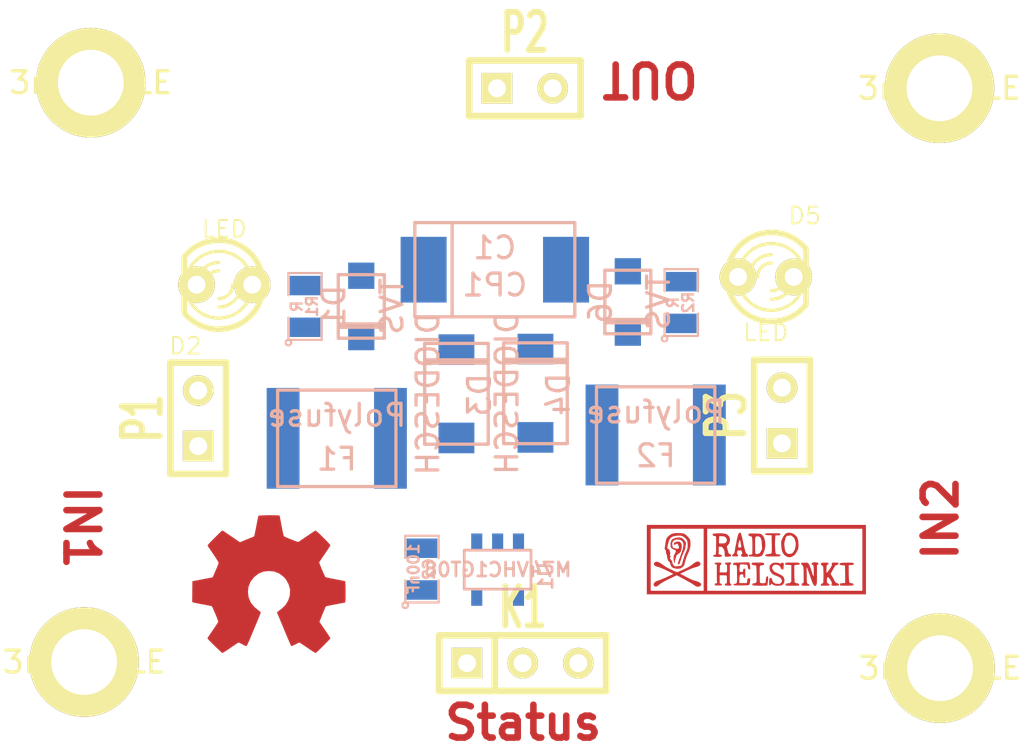
<source format=kicad_pcb>
(kicad_pcb (version 3) (host pcbnew "(22-Jun-2014 BZR 4027)-stable")

  (general
    (links 28)
    (no_connects 28)
    (area 151.230112 124.15393 198.527888 157.8926)
    (thickness 1.6)
    (drawings 4)
    (tracks 0)
    (zones 0)
    (modules 23)
    (nets 11)
  )

  (page A3)
  (title_block 
    (rev 1)
    (company "Radio Helsinki: RedunDC")
  )

  (layers
    (15 F.Cu signal)
    (0 B.Cu signal)
    (16 B.Adhes user)
    (17 F.Adhes user)
    (18 B.Paste user)
    (19 F.Paste user)
    (20 B.SilkS user)
    (21 F.SilkS user)
    (22 B.Mask user)
    (23 F.Mask user)
    (24 Dwgs.User user)
    (25 Cmts.User user)
    (26 Eco1.User user)
    (27 Eco2.User user)
    (28 Edge.Cuts user)
  )

  (setup
    (last_trace_width 1.8009)
    (user_trace_width 0.2032)
    (user_trace_width 0.3988)
    (user_trace_width 0.701)
    (user_trace_width 1.0008)
    (user_trace_width 1.8009)
    (trace_clearance 0.1524)
    (zone_clearance 0.508)
    (zone_45_only no)
    (trace_min 0.1524)
    (segment_width 0.2)
    (edge_width 0.1)
    (via_size 0.6502)
    (via_drill 0.3023)
    (via_min_size 0.5004)
    (via_min_drill 0.3023)
    (user_via 0.6502 0.3023)
    (user_via 0.7493 0.3988)
    (user_via 0.95 0.3988)
    (user_via 1.1989 0.4496)
    (user_via 1.999 0.5004)
    (uvia_size 0.508)
    (uvia_drill 0.127)
    (uvias_allowed no)
    (uvia_min_size 0.508)
    (uvia_min_drill 0.127)
    (pcb_text_width 0.3)
    (pcb_text_size 1.5 1.5)
    (mod_edge_width 0.15)
    (mod_text_size 1 1)
    (mod_text_width 0.15)
    (pad_size 5 5)
    (pad_drill 3)
    (pad_to_mask_clearance 0)
    (aux_axis_origin 0 0)
    (visible_elements FFFFFFBF)
    (pcbplotparams
      (layerselection 3178497)
      (usegerberextensions true)
      (excludeedgelayer true)
      (linewidth 0.150000)
      (plotframeref false)
      (viasonmask false)
      (mode 1)
      (useauxorigin false)
      (hpglpennumber 1)
      (hpglpenspeed 20)
      (hpglpendiameter 15)
      (hpglpenoverlay 2)
      (psnegative false)
      (psa4output false)
      (plotreference true)
      (plotvalue true)
      (plotothertext true)
      (plotinvisibletext false)
      (padsonsilk false)
      (subtractmaskfromsilk false)
      (outputformat 1)
      (mirror false)
      (drillshape 1)
      (scaleselection 1)
      (outputdirectory ""))
  )

  (net 0 "")
  (net 1 GND)
  (net 2 N-000001)
  (net 3 N-0000010)
  (net 4 N-000002)
  (net 5 N-000003)
  (net 6 N-000004)
  (net 7 N-000006)
  (net 8 N-000008)
  (net 9 N-000009)
  (net 10 VCC)

  (net_class Default "Dies ist die voreingestellte Netzklasse."
    (clearance 0.1524)
    (trace_width 0.2032)
    (via_dia 0.6502)
    (via_drill 0.3023)
    (uvia_dia 0.508)
    (uvia_drill 0.127)
    (add_net "")
    (add_net GND)
    (add_net N-000001)
    (add_net N-0000010)
    (add_net N-000002)
    (add_net N-000003)
    (add_net N-000004)
    (add_net N-000006)
    (add_net N-000008)
    (add_net N-000009)
    (add_net VCC)
  )

  (module SOT23-5 (layer B.Cu) (tedit 4ECF78EF) (tstamp 551B1D04)
    (at 174.2186 149.8346)
    (path /551AE3F4)
    (attr smd)
    (fp_text reference U1 (at 2.19964 0.29972 270) (layer B.SilkS)
      (effects (font (size 0.635 0.635) (thickness 0.127)) (justify mirror))
    )
    (fp_text value M74VHC1GT08 (at 0 0) (layer B.SilkS)
      (effects (font (size 0.635 0.635) (thickness 0.127)) (justify mirror))
    )
    (fp_line (start 1.524 0.889) (end 1.524 -0.889) (layer B.SilkS) (width 0.127))
    (fp_line (start 1.524 -0.889) (end -1.524 -0.889) (layer B.SilkS) (width 0.127))
    (fp_line (start -1.524 -0.889) (end -1.524 0.889) (layer B.SilkS) (width 0.127))
    (fp_line (start -1.524 0.889) (end 1.524 0.889) (layer B.SilkS) (width 0.127))
    (pad 1 smd rect (at -0.9525 -1.27) (size 0.508 0.762)
      (layers B.Cu B.Paste B.Mask)
      (net 9 N-000009)
    )
    (pad 3 smd rect (at 0.9525 -1.27) (size 0.508 0.762)
      (layers B.Cu B.Paste B.Mask)
      (net 1 GND)
    )
    (pad 5 smd rect (at -0.9525 1.27) (size 0.508 0.762)
      (layers B.Cu B.Paste B.Mask)
      (net 10 VCC)
    )
    (pad 2 smd rect (at 0 -1.27) (size 0.508 0.762)
      (layers B.Cu B.Paste B.Mask)
      (net 8 N-000008)
    )
    (pad 4 smd rect (at 0.9525 1.27) (size 0.508 0.762)
      (layers B.Cu B.Paste B.Mask)
      (net 7 N-000006)
    )
    (model smd/SOT23_5.wrl
      (at (xyz 0 0 0))
      (scale (xyz 0.1 0.1 0.1))
      (rotate (xyz 0 0 0))
    )
  )

  (module SOD123W (layer B.Cu) (tedit 551B1C00) (tstamp 551B1D10)
    (at 167.9956 137.8204 270)
    (path /551ADF4F)
    (fp_text reference D1 (at 0 1.25 270) (layer B.SilkS)
      (effects (font (size 1 1) (thickness 0.15)) (justify mirror))
    )
    (fp_text value TVS (at 0 -1.4 270) (layer B.SilkS)
      (effects (font (size 1 1) (thickness 0.15)) (justify mirror))
    )
    (fp_line (start 0.8 1.05) (end 0.8 -1.05) (layer B.SilkS) (width 0.15))
    (fp_line (start 0.95 1.05) (end 0.95 -1.05) (layer B.SilkS) (width 0.15))
    (fp_line (start -1.45 1.05) (end 1.45 1.05) (layer B.SilkS) (width 0.15))
    (fp_line (start 1.45 1.05) (end 1.45 -1.05) (layer B.SilkS) (width 0.15))
    (fp_line (start 1.45 -1.05) (end -1.45 -1.05) (layer B.SilkS) (width 0.15))
    (fp_line (start -1.45 -1.05) (end -1.45 1.05) (layer B.SilkS) (width 0.15))
    (pad 1 smd rect (at -1.4 0 270) (size 1.2 1.2)
      (layers B.Cu B.Paste B.Mask)
      (net 1 GND)
    )
    (pad 2 smd rect (at 1.4 0 270) (size 1.2 1.2)
      (layers B.Cu B.Paste B.Mask)
      (net 2 N-000001)
    )
  )

  (module SOD123W (layer B.Cu) (tedit 551B1C00) (tstamp 551B1D1C)
    (at 180.1622 137.6172 270)
    (path /551ADF85)
    (fp_text reference D6 (at 0 1.25 270) (layer B.SilkS)
      (effects (font (size 1 1) (thickness 0.15)) (justify mirror))
    )
    (fp_text value TVS (at 0 -1.4 270) (layer B.SilkS)
      (effects (font (size 1 1) (thickness 0.15)) (justify mirror))
    )
    (fp_line (start 0.8 1.05) (end 0.8 -1.05) (layer B.SilkS) (width 0.15))
    (fp_line (start 0.95 1.05) (end 0.95 -1.05) (layer B.SilkS) (width 0.15))
    (fp_line (start -1.45 1.05) (end 1.45 1.05) (layer B.SilkS) (width 0.15))
    (fp_line (start 1.45 1.05) (end 1.45 -1.05) (layer B.SilkS) (width 0.15))
    (fp_line (start 1.45 -1.05) (end -1.45 -1.05) (layer B.SilkS) (width 0.15))
    (fp_line (start -1.45 -1.05) (end -1.45 1.05) (layer B.SilkS) (width 0.15))
    (pad 1 smd rect (at -1.4 0 270) (size 1.2 1.2)
      (layers B.Cu B.Paste B.Mask)
      (net 1 GND)
    )
    (pad 2 smd rect (at 1.4 0 270) (size 1.2 1.2)
      (layers B.Cu B.Paste B.Mask)
      (net 3 N-0000010)
    )
  )

  (module SM2917POL (layer B.Cu) (tedit 551B1470) (tstamp 551B1D27)
    (at 174.0916 136.144)
    (path /551AE068)
    (fp_text reference C1 (at 0 -1) (layer B.SilkS)
      (effects (font (size 1 1) (thickness 0.15)) (justify mirror))
    )
    (fp_text value CP1 (at 0 0.7) (layer B.SilkS)
      (effects (font (size 1 1) (thickness 0.15)) (justify mirror))
    )
    (fp_line (start -1.95 2.15) (end -1.95 -2.15) (layer B.SilkS) (width 0.15))
    (fp_line (start -3.65 2.15) (end 3.65 2.15) (layer B.SilkS) (width 0.15))
    (fp_line (start 3.65 2.15) (end 3.65 -2.15) (layer B.SilkS) (width 0.15))
    (fp_line (start 3.65 -2.15) (end -3.65 -2.15) (layer B.SilkS) (width 0.15))
    (fp_line (start -3.65 -2.15) (end -3.65 2.15) (layer B.SilkS) (width 0.15))
    (pad 1 smd rect (at -3.25 0) (size 2.1 3)
      (layers B.Cu B.Paste B.Mask)
      (net 5 N-000003)
    )
    (pad 2 smd rect (at 3.25 0) (size 2.1 3)
      (layers B.Cu B.Paste B.Mask)
      (net 1 GND)
    )
  )

  (module SM0805 (layer B.Cu) (tedit 5091495C) (tstamp 551B1D34)
    (at 170.7642 149.8092 90)
    (path /551AE174)
    (attr smd)
    (fp_text reference C2 (at 0 0.3175 90) (layer B.SilkS)
      (effects (font (size 0.50038 0.50038) (thickness 0.10922)) (justify mirror))
    )
    (fp_text value 100nF (at 0 -0.381 90) (layer B.SilkS)
      (effects (font (size 0.50038 0.50038) (thickness 0.10922)) (justify mirror))
    )
    (fp_circle (center -1.651 -0.762) (end -1.651 -0.635) (layer B.SilkS) (width 0.09906))
    (fp_line (start -0.508 -0.762) (end -1.524 -0.762) (layer B.SilkS) (width 0.09906))
    (fp_line (start -1.524 -0.762) (end -1.524 0.762) (layer B.SilkS) (width 0.09906))
    (fp_line (start -1.524 0.762) (end -0.508 0.762) (layer B.SilkS) (width 0.09906))
    (fp_line (start 0.508 0.762) (end 1.524 0.762) (layer B.SilkS) (width 0.09906))
    (fp_line (start 1.524 0.762) (end 1.524 -0.762) (layer B.SilkS) (width 0.09906))
    (fp_line (start 1.524 -0.762) (end 0.508 -0.762) (layer B.SilkS) (width 0.09906))
    (pad 1 smd rect (at -0.9525 0 90) (size 0.889 1.397)
      (layers B.Cu B.Paste B.Mask)
      (net 10 VCC)
    )
    (pad 2 smd rect (at 0.9525 0 90) (size 0.889 1.397)
      (layers B.Cu B.Paste B.Mask)
      (net 1 GND)
    )
    (model smd/chip_cms.wrl
      (at (xyz 0 0 0))
      (scale (xyz 0.1 0.1 0.1))
      (rotate (xyz 0 0 0))
    )
  )

  (module SM0805 (layer B.Cu) (tedit 5091495C) (tstamp 551B1D41)
    (at 182.6006 137.6426 90)
    (path /551ADFF8)
    (attr smd)
    (fp_text reference R2 (at 0 0.3175 90) (layer B.SilkS)
      (effects (font (size 0.50038 0.50038) (thickness 0.10922)) (justify mirror))
    )
    (fp_text value R (at 0 -0.381 90) (layer B.SilkS)
      (effects (font (size 0.50038 0.50038) (thickness 0.10922)) (justify mirror))
    )
    (fp_circle (center -1.651 -0.762) (end -1.651 -0.635) (layer B.SilkS) (width 0.09906))
    (fp_line (start -0.508 -0.762) (end -1.524 -0.762) (layer B.SilkS) (width 0.09906))
    (fp_line (start -1.524 -0.762) (end -1.524 0.762) (layer B.SilkS) (width 0.09906))
    (fp_line (start -1.524 0.762) (end -0.508 0.762) (layer B.SilkS) (width 0.09906))
    (fp_line (start 0.508 0.762) (end 1.524 0.762) (layer B.SilkS) (width 0.09906))
    (fp_line (start 1.524 0.762) (end 1.524 -0.762) (layer B.SilkS) (width 0.09906))
    (fp_line (start 1.524 -0.762) (end 0.508 -0.762) (layer B.SilkS) (width 0.09906))
    (pad 1 smd rect (at -0.9525 0 90) (size 0.889 1.397)
      (layers B.Cu B.Paste B.Mask)
      (net 3 N-0000010)
    )
    (pad 2 smd rect (at 0.9525 0 90) (size 0.889 1.397)
      (layers B.Cu B.Paste B.Mask)
      (net 8 N-000008)
    )
    (model smd/chip_cms.wrl
      (at (xyz 0 0 0))
      (scale (xyz 0.1 0.1 0.1))
      (rotate (xyz 0 0 0))
    )
  )

  (module SM0805 (layer B.Cu) (tedit 5091495C) (tstamp 551B1D4E)
    (at 165.4302 137.8204 90)
    (path /551AE015)
    (attr smd)
    (fp_text reference R1 (at 0 0.3175 90) (layer B.SilkS)
      (effects (font (size 0.50038 0.50038) (thickness 0.10922)) (justify mirror))
    )
    (fp_text value R (at 0 -0.381 90) (layer B.SilkS)
      (effects (font (size 0.50038 0.50038) (thickness 0.10922)) (justify mirror))
    )
    (fp_circle (center -1.651 -0.762) (end -1.651 -0.635) (layer B.SilkS) (width 0.09906))
    (fp_line (start -0.508 -0.762) (end -1.524 -0.762) (layer B.SilkS) (width 0.09906))
    (fp_line (start -1.524 -0.762) (end -1.524 0.762) (layer B.SilkS) (width 0.09906))
    (fp_line (start -1.524 0.762) (end -0.508 0.762) (layer B.SilkS) (width 0.09906))
    (fp_line (start 0.508 0.762) (end 1.524 0.762) (layer B.SilkS) (width 0.09906))
    (fp_line (start 1.524 0.762) (end 1.524 -0.762) (layer B.SilkS) (width 0.09906))
    (fp_line (start 1.524 -0.762) (end 0.508 -0.762) (layer B.SilkS) (width 0.09906))
    (pad 1 smd rect (at -0.9525 0 90) (size 0.889 1.397)
      (layers B.Cu B.Paste B.Mask)
      (net 2 N-000001)
    )
    (pad 2 smd rect (at 0.9525 0 90) (size 0.889 1.397)
      (layers B.Cu B.Paste B.Mask)
      (net 9 N-000009)
    )
    (model smd/chip_cms.wrl
      (at (xyz 0 0 0))
      (scale (xyz 0.1 0.1 0.1))
      (rotate (xyz 0 0 0))
    )
  )

  (module SIL-3 (layer F.Cu) (tedit 200000) (tstamp 551B1D5A)
    (at 175.3616 154.1018)
    (descr "Connecteur 3 pins")
    (tags "CONN DEV")
    (path /551AE11C)
    (fp_text reference K1 (at 0 -2.54) (layer F.SilkS)
      (effects (font (size 1.7907 1.07696) (thickness 0.3048)))
    )
    (fp_text value STATUS (at 0 -2.54) (layer F.SilkS) hide
      (effects (font (size 1.524 1.016) (thickness 0.3048)))
    )
    (fp_line (start -3.81 1.27) (end -3.81 -1.27) (layer F.SilkS) (width 0.3048))
    (fp_line (start -3.81 -1.27) (end 3.81 -1.27) (layer F.SilkS) (width 0.3048))
    (fp_line (start 3.81 -1.27) (end 3.81 1.27) (layer F.SilkS) (width 0.3048))
    (fp_line (start 3.81 1.27) (end -3.81 1.27) (layer F.SilkS) (width 0.3048))
    (fp_line (start -1.27 -1.27) (end -1.27 1.27) (layer F.SilkS) (width 0.3048))
    (pad 1 thru_hole rect (at -2.54 0) (size 1.397 1.397) (drill 0.8128)
      (layers *.Cu *.Mask F.SilkS)
      (net 10 VCC)
    )
    (pad 2 thru_hole circle (at 0 0) (size 1.397 1.397) (drill 0.8128)
      (layers *.Cu *.Mask F.SilkS)
      (net 7 N-000006)
    )
    (pad 3 thru_hole circle (at 2.54 0) (size 1.397 1.397) (drill 0.8128)
      (layers *.Cu *.Mask F.SilkS)
      (net 1 GND)
    )
  )

  (module SIL-2 (layer F.Cu) (tedit 200000) (tstamp 551B1D64)
    (at 160.5534 142.9258 90)
    (descr "Connecteurs 2 pins")
    (tags "CONN DEV")
    (path /551AE10D)
    (fp_text reference P1 (at 0 -2.54 90) (layer F.SilkS)
      (effects (font (size 1.72974 1.08712) (thickness 0.3048)))
    )
    (fp_text value Vin1 (at 0 -2.54 90) (layer F.SilkS) hide
      (effects (font (size 1.524 1.016) (thickness 0.3048)))
    )
    (fp_line (start -2.54 1.27) (end -2.54 -1.27) (layer F.SilkS) (width 0.3048))
    (fp_line (start -2.54 -1.27) (end 2.54 -1.27) (layer F.SilkS) (width 0.3048))
    (fp_line (start 2.54 -1.27) (end 2.54 1.27) (layer F.SilkS) (width 0.3048))
    (fp_line (start 2.54 1.27) (end -2.54 1.27) (layer F.SilkS) (width 0.3048))
    (pad 1 thru_hole rect (at -1.27 0 90) (size 1.397 1.397) (drill 0.8128)
      (layers *.Cu *.Mask F.SilkS)
      (net 6 N-000004)
    )
    (pad 2 thru_hole circle (at 1.27 0 90) (size 1.397 1.397) (drill 0.8128)
      (layers *.Cu *.Mask F.SilkS)
      (net 1 GND)
    )
  )

  (module SIL-2 (layer F.Cu) (tedit 200000) (tstamp 551B1D6E)
    (at 187.198 142.7988 90)
    (descr "Connecteurs 2 pins")
    (tags "CONN DEV")
    (path /551AE0FE)
    (fp_text reference P3 (at 0 -2.54 90) (layer F.SilkS)
      (effects (font (size 1.72974 1.08712) (thickness 0.3048)))
    )
    (fp_text value Vin2 (at 0 -2.54 90) (layer F.SilkS) hide
      (effects (font (size 1.524 1.016) (thickness 0.3048)))
    )
    (fp_line (start -2.54 1.27) (end -2.54 -1.27) (layer F.SilkS) (width 0.3048))
    (fp_line (start -2.54 -1.27) (end 2.54 -1.27) (layer F.SilkS) (width 0.3048))
    (fp_line (start 2.54 -1.27) (end 2.54 1.27) (layer F.SilkS) (width 0.3048))
    (fp_line (start 2.54 1.27) (end -2.54 1.27) (layer F.SilkS) (width 0.3048))
    (pad 1 thru_hole rect (at -1.27 0 90) (size 1.397 1.397) (drill 0.8128)
      (layers *.Cu *.Mask F.SilkS)
      (net 4 N-000002)
    )
    (pad 2 thru_hole circle (at 1.27 0 90) (size 1.397 1.397) (drill 0.8128)
      (layers *.Cu *.Mask F.SilkS)
      (net 1 GND)
    )
  )

  (module SIL-2 (layer F.Cu) (tedit 200000) (tstamp 551B1D78)
    (at 175.4632 127.8636)
    (descr "Connecteurs 2 pins")
    (tags "CONN DEV")
    (path /551AE0C7)
    (fp_text reference P2 (at 0 -2.54) (layer F.SilkS)
      (effects (font (size 1.72974 1.08712) (thickness 0.3048)))
    )
    (fp_text value Vout (at 0 -2.54) (layer F.SilkS) hide
      (effects (font (size 1.524 1.016) (thickness 0.3048)))
    )
    (fp_line (start -2.54 1.27) (end -2.54 -1.27) (layer F.SilkS) (width 0.3048))
    (fp_line (start -2.54 -1.27) (end 2.54 -1.27) (layer F.SilkS) (width 0.3048))
    (fp_line (start 2.54 -1.27) (end 2.54 1.27) (layer F.SilkS) (width 0.3048))
    (fp_line (start 2.54 1.27) (end -2.54 1.27) (layer F.SilkS) (width 0.3048))
    (pad 1 thru_hole rect (at -1.27 0) (size 1.397 1.397) (drill 0.8128)
      (layers *.Cu *.Mask F.SilkS)
      (net 5 N-000003)
    )
    (pad 2 thru_hole circle (at 1.27 0) (size 1.397 1.397) (drill 0.8128)
      (layers *.Cu *.Mask F.SilkS)
      (net 1 GND)
    )
  )

  (module LF2016L (layer B.Cu) (tedit 551B1747) (tstamp 551B1D82)
    (at 166.878 143.8402)
    (path /551ADEE0)
    (fp_text reference F1 (at 0 0.95) (layer B.SilkS)
      (effects (font (size 1 1) (thickness 0.15)) (justify mirror))
    )
    (fp_text value Polyfuse (at 0 -1.05) (layer B.SilkS)
      (effects (font (size 1 1) (thickness 0.15)) (justify mirror))
    )
    (fp_line (start -2.7 2.2) (end 2.7 2.2) (layer B.SilkS) (width 0.15))
    (fp_line (start 2.7 2.2) (end 2.7 -2.2) (layer B.SilkS) (width 0.15))
    (fp_line (start 2.7 -2.2) (end -2.7 -2.2) (layer B.SilkS) (width 0.15))
    (fp_line (start -2.7 -2.2) (end -2.7 2.2) (layer B.SilkS) (width 0.15))
    (pad 1 smd rect (at -2.45 0) (size 1.5 4.6)
      (layers B.Cu B.Paste B.Mask)
      (net 6 N-000004)
    )
    (pad 2 smd rect (at 2.45 0) (size 1.5 4.6)
      (layers B.Cu B.Paste B.Mask)
      (net 2 N-000001)
    )
  )

  (module LF2016L (layer B.Cu) (tedit 551B1747) (tstamp 551B1D8C)
    (at 181.4322 143.6878)
    (path /551ADED1)
    (fp_text reference F2 (at 0 0.95) (layer B.SilkS)
      (effects (font (size 1 1) (thickness 0.15)) (justify mirror))
    )
    (fp_text value Polyfuse (at 0 -1.05) (layer B.SilkS)
      (effects (font (size 1 1) (thickness 0.15)) (justify mirror))
    )
    (fp_line (start -2.7 2.2) (end 2.7 2.2) (layer B.SilkS) (width 0.15))
    (fp_line (start 2.7 2.2) (end 2.7 -2.2) (layer B.SilkS) (width 0.15))
    (fp_line (start 2.7 -2.2) (end -2.7 -2.2) (layer B.SilkS) (width 0.15))
    (fp_line (start -2.7 -2.2) (end -2.7 2.2) (layer B.SilkS) (width 0.15))
    (pad 1 smd rect (at -2.45 0) (size 1.5 4.6)
      (layers B.Cu B.Paste B.Mask)
      (net 3 N-0000010)
    )
    (pad 2 smd rect (at 2.45 0) (size 1.5 4.6)
      (layers B.Cu B.Paste B.Mask)
      (net 4 N-000002)
    )
  )

  (module LED-3MM (layer F.Cu) (tedit 50ADE848) (tstamp 551B1DA5)
    (at 161.7472 136.8298 180)
    (descr "LED 3mm - Lead pitch 100mil (2,54mm)")
    (tags "LED led 3mm 3MM 100mil 2,54mm")
    (path /551AE00F)
    (fp_text reference D2 (at 1.778 -2.794 180) (layer F.SilkS)
      (effects (font (size 0.762 0.762) (thickness 0.0889)))
    )
    (fp_text value LED (at 0 2.54 180) (layer F.SilkS)
      (effects (font (size 0.762 0.762) (thickness 0.0889)))
    )
    (fp_line (start 1.8288 1.27) (end 1.8288 -1.27) (layer F.SilkS) (width 0.254))
    (fp_arc (start 0.254 0) (end -1.27 0) (angle 39.8) (layer F.SilkS) (width 0.1524))
    (fp_arc (start 0.254 0) (end -0.88392 1.01092) (angle 41.6) (layer F.SilkS) (width 0.1524))
    (fp_arc (start 0.254 0) (end 1.4097 -0.9906) (angle 40.6) (layer F.SilkS) (width 0.1524))
    (fp_arc (start 0.254 0) (end 1.778 0) (angle 39.8) (layer F.SilkS) (width 0.1524))
    (fp_arc (start 0.254 0) (end 0.254 -1.524) (angle 54.4) (layer F.SilkS) (width 0.1524))
    (fp_arc (start 0.254 0) (end -0.9652 -0.9144) (angle 53.1) (layer F.SilkS) (width 0.1524))
    (fp_arc (start 0.254 0) (end 1.45542 0.93472) (angle 52.1) (layer F.SilkS) (width 0.1524))
    (fp_arc (start 0.254 0) (end 0.254 1.524) (angle 52.1) (layer F.SilkS) (width 0.1524))
    (fp_arc (start 0.254 0) (end -0.381 0) (angle 90) (layer F.SilkS) (width 0.1524))
    (fp_arc (start 0.254 0) (end -0.762 0) (angle 90) (layer F.SilkS) (width 0.1524))
    (fp_arc (start 0.254 0) (end 0.889 0) (angle 90) (layer F.SilkS) (width 0.1524))
    (fp_arc (start 0.254 0) (end 1.27 0) (angle 90) (layer F.SilkS) (width 0.1524))
    (fp_arc (start 0.254 0) (end 0.254 -2.032) (angle 50.1) (layer F.SilkS) (width 0.254))
    (fp_arc (start 0.254 0) (end -1.5367 -0.95504) (angle 61.9) (layer F.SilkS) (width 0.254))
    (fp_arc (start 0.254 0) (end 1.8034 1.31064) (angle 49.7) (layer F.SilkS) (width 0.254))
    (fp_arc (start 0.254 0) (end 0.254 2.032) (angle 60.2) (layer F.SilkS) (width 0.254))
    (fp_arc (start 0.254 0) (end -1.778 0) (angle 28.3) (layer F.SilkS) (width 0.254))
    (fp_arc (start 0.254 0) (end -1.47574 1.06426) (angle 31.6) (layer F.SilkS) (width 0.254))
    (pad 1 thru_hole circle (at -1.27 0 180) (size 1.6764 1.6764) (drill 0.8128)
      (layers *.Cu *.Mask F.SilkS)
      (net 9 N-000009)
    )
    (pad 2 thru_hole circle (at 1.27 0 180) (size 1.6764 1.6764) (drill 0.8128)
      (layers *.Cu *.Mask F.SilkS)
      (net 1 GND)
    )
    (model discret/leds/led3_vertical_verde.wrl
      (at (xyz 0 0 0))
      (scale (xyz 1 1 1))
      (rotate (xyz 0 0 0))
    )
  )

  (module LED-3MM (layer F.Cu) (tedit 50ADE848) (tstamp 551B1DBE)
    (at 186.4614 136.4742)
    (descr "LED 3mm - Lead pitch 100mil (2,54mm)")
    (tags "LED led 3mm 3MM 100mil 2,54mm")
    (path /551ADFCB)
    (fp_text reference D5 (at 1.778 -2.794) (layer F.SilkS)
      (effects (font (size 0.762 0.762) (thickness 0.0889)))
    )
    (fp_text value LED (at 0 2.54) (layer F.SilkS)
      (effects (font (size 0.762 0.762) (thickness 0.0889)))
    )
    (fp_line (start 1.8288 1.27) (end 1.8288 -1.27) (layer F.SilkS) (width 0.254))
    (fp_arc (start 0.254 0) (end -1.27 0) (angle 39.8) (layer F.SilkS) (width 0.1524))
    (fp_arc (start 0.254 0) (end -0.88392 1.01092) (angle 41.6) (layer F.SilkS) (width 0.1524))
    (fp_arc (start 0.254 0) (end 1.4097 -0.9906) (angle 40.6) (layer F.SilkS) (width 0.1524))
    (fp_arc (start 0.254 0) (end 1.778 0) (angle 39.8) (layer F.SilkS) (width 0.1524))
    (fp_arc (start 0.254 0) (end 0.254 -1.524) (angle 54.4) (layer F.SilkS) (width 0.1524))
    (fp_arc (start 0.254 0) (end -0.9652 -0.9144) (angle 53.1) (layer F.SilkS) (width 0.1524))
    (fp_arc (start 0.254 0) (end 1.45542 0.93472) (angle 52.1) (layer F.SilkS) (width 0.1524))
    (fp_arc (start 0.254 0) (end 0.254 1.524) (angle 52.1) (layer F.SilkS) (width 0.1524))
    (fp_arc (start 0.254 0) (end -0.381 0) (angle 90) (layer F.SilkS) (width 0.1524))
    (fp_arc (start 0.254 0) (end -0.762 0) (angle 90) (layer F.SilkS) (width 0.1524))
    (fp_arc (start 0.254 0) (end 0.889 0) (angle 90) (layer F.SilkS) (width 0.1524))
    (fp_arc (start 0.254 0) (end 1.27 0) (angle 90) (layer F.SilkS) (width 0.1524))
    (fp_arc (start 0.254 0) (end 0.254 -2.032) (angle 50.1) (layer F.SilkS) (width 0.254))
    (fp_arc (start 0.254 0) (end -1.5367 -0.95504) (angle 61.9) (layer F.SilkS) (width 0.254))
    (fp_arc (start 0.254 0) (end 1.8034 1.31064) (angle 49.7) (layer F.SilkS) (width 0.254))
    (fp_arc (start 0.254 0) (end 0.254 2.032) (angle 60.2) (layer F.SilkS) (width 0.254))
    (fp_arc (start 0.254 0) (end -1.778 0) (angle 28.3) (layer F.SilkS) (width 0.254))
    (fp_arc (start 0.254 0) (end -1.47574 1.06426) (angle 31.6) (layer F.SilkS) (width 0.254))
    (pad 1 thru_hole circle (at -1.27 0) (size 1.6764 1.6764) (drill 0.8128)
      (layers *.Cu *.Mask F.SilkS)
      (net 8 N-000008)
    )
    (pad 2 thru_hole circle (at 1.27 0) (size 1.6764 1.6764) (drill 0.8128)
      (layers *.Cu *.Mask F.SilkS)
      (net 1 GND)
    )
    (model discret/leds/led3_vertical_verde.wrl
      (at (xyz 0 0 0))
      (scale (xyz 1 1 1))
      (rotate (xyz 0 0 0))
    )
  )

  (module DO-214AC (layer B.Cu) (tedit 551B1BF3) (tstamp 551B1DCA)
    (at 175.9458 141.7828 90)
    (path /551ADF6B)
    (fp_text reference D4 (at -0.05 1.05 90) (layer B.SilkS)
      (effects (font (size 1 1) (thickness 0.15)) (justify mirror))
    )
    (fp_text value DIODESCH (at 0 -1.3 90) (layer B.SilkS)
      (effects (font (size 1 1) (thickness 0.15)) (justify mirror))
    )
    (fp_line (start 1.4 -1.45) (end 1.4 1.45) (layer B.SilkS) (width 0.15))
    (fp_line (start 1.55 1.45) (end 1.55 -1.45) (layer B.SilkS) (width 0.15))
    (fp_line (start -2.3 1.45) (end 2.3 1.45) (layer B.SilkS) (width 0.15))
    (fp_line (start 2.3 1.45) (end 2.3 -1.45) (layer B.SilkS) (width 0.15))
    (fp_line (start 2.3 -1.45) (end -2.3 -1.45) (layer B.SilkS) (width 0.15))
    (fp_line (start -2.3 -1.45) (end -2.3 1.45) (layer B.SilkS) (width 0.15))
    (pad 1 smd rect (at -2.015 0 90) (size 1.4 1.64)
      (layers B.Cu B.Paste B.Mask)
      (net 3 N-0000010)
    )
    (pad 2 smd rect (at 2.015 0 90) (size 1.4 1.64)
      (layers B.Cu B.Paste B.Mask)
      (net 5 N-000003)
    )
  )

  (module DO-214AC (layer B.Cu) (tedit 551B1BF3) (tstamp 551B1DD6)
    (at 172.339 141.8082 90)
    (path /551ADF5E)
    (fp_text reference D3 (at -0.05 1.05 90) (layer B.SilkS)
      (effects (font (size 1 1) (thickness 0.15)) (justify mirror))
    )
    (fp_text value DIODESCH (at 0 -1.3 90) (layer B.SilkS)
      (effects (font (size 1 1) (thickness 0.15)) (justify mirror))
    )
    (fp_line (start 1.4 -1.45) (end 1.4 1.45) (layer B.SilkS) (width 0.15))
    (fp_line (start 1.55 1.45) (end 1.55 -1.45) (layer B.SilkS) (width 0.15))
    (fp_line (start -2.3 1.45) (end 2.3 1.45) (layer B.SilkS) (width 0.15))
    (fp_line (start 2.3 1.45) (end 2.3 -1.45) (layer B.SilkS) (width 0.15))
    (fp_line (start 2.3 -1.45) (end -2.3 -1.45) (layer B.SilkS) (width 0.15))
    (fp_line (start -2.3 -1.45) (end -2.3 1.45) (layer B.SilkS) (width 0.15))
    (pad 1 smd rect (at -2.015 0 90) (size 1.4 1.64)
      (layers B.Cu B.Paste B.Mask)
      (net 2 N-000001)
    )
    (pad 2 smd rect (at 2.015 0 90) (size 1.4 1.64)
      (layers B.Cu B.Paste B.Mask)
      (net 5 N-000003)
    )
  )

  (module 3mmHOLE (layer F.Cu) (tedit 551B1F8C) (tstamp 551BDB62)
    (at 194.3862 127.8636)
    (fp_text reference 3mmHOLE (at 0 0) (layer F.SilkS)
      (effects (font (size 1 1) (thickness 0.15)))
    )
    (fp_text value VAL** (at 0 0) (layer F.SilkS)
      (effects (font (size 1 1) (thickness 0.15)))
    )
    (pad 1 thru_hole circle (at 0 0) (size 5 5) (drill 3)
      (layers *.Cu *.Mask F.SilkS)
    )
  )

  (module 3mmHOLE (layer F.Cu) (tedit 551B1F8C) (tstamp 551BDB6E)
    (at 155.6512 127.6096)
    (fp_text reference 3mmHOLE (at 0 0) (layer F.SilkS)
      (effects (font (size 1 1) (thickness 0.15)))
    )
    (fp_text value VAL** (at 0 0) (layer F.SilkS)
      (effects (font (size 1 1) (thickness 0.15)))
    )
    (pad 1 thru_hole circle (at 0 0) (size 5 5) (drill 3)
      (layers *.Cu *.Mask F.SilkS)
    )
  )

  (module 3mmHOLE (layer F.Cu) (tedit 551B1F8C) (tstamp 551BDB77)
    (at 155.3464 154.051)
    (fp_text reference 3mmHOLE (at 0 0) (layer F.SilkS)
      (effects (font (size 1 1) (thickness 0.15)))
    )
    (fp_text value VAL** (at 0 0) (layer F.SilkS)
      (effects (font (size 1 1) (thickness 0.15)))
    )
    (pad 1 thru_hole circle (at 0 0) (size 5 5) (drill 3)
      (layers *.Cu *.Mask F.SilkS)
    )
  )

  (module 3mmHOLE (layer F.Cu) (tedit 551B1F8C) (tstamp 551BDB80)
    (at 194.4116 154.3304)
    (fp_text reference 3mmHOLE (at 0 0) (layer F.SilkS)
      (effects (font (size 1 1) (thickness 0.15)))
    )
    (fp_text value VAL** (at 0 0) (layer F.SilkS)
      (effects (font (size 1 1) (thickness 0.15)))
    )
    (pad 1 thru_hole circle (at 0 0) (size 5 5) (drill 3)
      (layers *.Cu *.Mask F.SilkS)
    )
  )

  (module oshw-logo_copper-front_7mm (layer F.Cu) (tedit 0) (tstamp 551BF39A)
    (at 163.7792 150.495)
    (fp_text reference G*** (at 0 3.71094) (layer F.SilkS) hide
      (effects (font (size 0.3175 0.3175) (thickness 0.0635)))
    )
    (fp_text value oshw-logo_copper-front_7mm (at 0 -3.71094) (layer F.SilkS) hide
      (effects (font (size 0.3175 0.3175) (thickness 0.0635)))
    )
    (fp_poly (pts (xy -2.1209 3.14452) (xy -2.08534 3.1242) (xy -2.00152 3.0734) (xy -1.88468 2.9972)
      (xy -1.74752 2.90322) (xy -1.60782 2.80924) (xy -1.49606 2.73304) (xy -1.41478 2.68224)
      (xy -1.38176 2.66446) (xy -1.36398 2.66954) (xy -1.29794 2.70256) (xy -1.20142 2.75082)
      (xy -1.14808 2.7813) (xy -1.05918 2.8194) (xy -1.016 2.82702) (xy -1.00838 2.81432)
      (xy -0.97536 2.74574) (xy -0.92456 2.63144) (xy -0.85852 2.48158) (xy -0.78486 2.30378)
      (xy -0.70358 2.11074) (xy -0.6223 1.91516) (xy -0.54356 1.72974) (xy -0.47498 1.5621)
      (xy -0.42164 1.42494) (xy -0.38354 1.33096) (xy -0.37084 1.29032) (xy -0.37592 1.2827)
      (xy -0.4191 1.23952) (xy -0.4953 1.1811) (xy -0.6604 1.04648) (xy -0.8255 0.84328)
      (xy -0.92456 0.61214) (xy -0.95758 0.35306) (xy -0.92964 0.1143) (xy -0.83566 -0.1143)
      (xy -0.67564 -0.32004) (xy -0.4826 -0.47244) (xy -0.254 -0.5715) (xy 0 -0.60198)
      (xy 0.24384 -0.57404) (xy 0.47752 -0.4826) (xy 0.68326 -0.32512) (xy 0.77216 -0.22352)
      (xy 0.89154 -0.01524) (xy 0.96012 0.20828) (xy 0.96774 0.26416) (xy 0.95758 0.51054)
      (xy 0.88392 0.74676) (xy 0.75438 0.95758) (xy 0.57404 1.1303) (xy 0.55118 1.14554)
      (xy 0.46736 1.20904) (xy 0.41148 1.25222) (xy 0.3683 1.28778) (xy 0.68072 2.03962)
      (xy 0.73152 2.16154) (xy 0.81788 2.36728) (xy 0.89408 2.54508) (xy 0.9525 2.68478)
      (xy 0.99568 2.77876) (xy 1.01346 2.81686) (xy 1.016 2.8194) (xy 1.04394 2.82448)
      (xy 1.09982 2.80416) (xy 1.2065 2.75336) (xy 1.27508 2.7178) (xy 1.35636 2.67716)
      (xy 1.39192 2.66446) (xy 1.4224 2.6797) (xy 1.4986 2.7305) (xy 1.61036 2.80416)
      (xy 1.74498 2.8956) (xy 1.87452 2.9845) (xy 1.99136 3.0607) (xy 2.07772 3.11658)
      (xy 2.11836 3.13944) (xy 2.12598 3.13944) (xy 2.16408 3.11912) (xy 2.23012 3.0607)
      (xy 2.33426 2.96418) (xy 2.47904 2.82194) (xy 2.5019 2.79908) (xy 2.62128 2.67716)
      (xy 2.7178 2.57556) (xy 2.7813 2.50444) (xy 2.8067 2.47142) (xy 2.8067 2.47142)
      (xy 2.78384 2.43078) (xy 2.7305 2.34442) (xy 2.65176 2.22504) (xy 2.55524 2.08534)
      (xy 2.30632 1.72212) (xy 2.44348 1.37922) (xy 2.48666 1.27508) (xy 2.54 1.14808)
      (xy 2.5781 1.05664) (xy 2.59842 1.01854) (xy 2.63652 1.0033) (xy 2.7305 0.98298)
      (xy 2.86512 0.95504) (xy 3.02768 0.92456) (xy 3.18262 0.89408) (xy 3.32232 0.86868)
      (xy 3.42138 0.84836) (xy 3.4671 0.84074) (xy 3.47726 0.83312) (xy 3.48742 0.8128)
      (xy 3.4925 0.76454) (xy 3.49758 0.68072) (xy 3.49758 0.5461) (xy 3.49758 0.35306)
      (xy 3.49758 0.33274) (xy 3.49758 0.14732) (xy 3.4925 0.00254) (xy 3.48742 -0.09398)
      (xy 3.48234 -0.13208) (xy 3.48234 -0.13208) (xy 3.43916 -0.14224) (xy 3.3401 -0.16256)
      (xy 3.2004 -0.1905) (xy 3.0353 -0.22098) (xy 3.02514 -0.22352) (xy 2.8575 -0.25654)
      (xy 2.72034 -0.28448) (xy 2.62382 -0.30734) (xy 2.58064 -0.32004) (xy 2.57302 -0.3302)
      (xy 2.54 -0.39624) (xy 2.49174 -0.49784) (xy 2.4384 -0.62484) (xy 2.38252 -0.75438)
      (xy 2.3368 -0.87122) (xy 2.30632 -0.95758) (xy 2.29616 -0.99822) (xy 2.29616 -0.99822)
      (xy 2.32156 -1.03886) (xy 2.37744 -1.12268) (xy 2.45872 -1.24206) (xy 2.55524 -1.3843)
      (xy 2.56286 -1.39446) (xy 2.65684 -1.53416) (xy 2.73558 -1.65354) (xy 2.78638 -1.73736)
      (xy 2.8067 -1.77546) (xy 2.80416 -1.778) (xy 2.77368 -1.81864) (xy 2.70256 -1.89992)
      (xy 2.60096 -2.0066) (xy 2.4765 -2.12852) (xy 2.4384 -2.16662) (xy 2.30378 -2.30124)
      (xy 2.20726 -2.3876) (xy 2.14884 -2.43332) (xy 2.1209 -2.44348) (xy 2.1209 -2.44348)
      (xy 2.07772 -2.41808) (xy 1.98882 -2.35966) (xy 1.86944 -2.27838) (xy 1.7272 -2.18186)
      (xy 1.71704 -2.17678) (xy 1.57734 -2.08026) (xy 1.4605 -2.00152) (xy 1.37922 -1.94564)
      (xy 1.34366 -1.92532) (xy 1.33604 -1.92532) (xy 1.28016 -1.94056) (xy 1.1811 -1.97612)
      (xy 1.05664 -2.02438) (xy 0.9271 -2.07518) (xy 0.81026 -2.12598) (xy 0.72136 -2.16662)
      (xy 0.68072 -2.18948) (xy 0.67818 -2.19202) (xy 0.66548 -2.24282) (xy 0.64008 -2.34696)
      (xy 0.6096 -2.49174) (xy 0.57912 -2.66192) (xy 0.57404 -2.68986) (xy 0.54102 -2.85496)
      (xy 0.51562 -2.99466) (xy 0.4953 -3.08864) (xy 0.48514 -3.12928) (xy 0.46228 -3.13436)
      (xy 0.381 -3.13944) (xy 0.25654 -3.14198) (xy 0.10414 -3.14452) (xy -0.05334 -3.14452)
      (xy -0.20828 -3.13944) (xy -0.34036 -3.13436) (xy -0.43434 -3.12928) (xy -0.47244 -3.12166)
      (xy -0.47498 -3.11912) (xy -0.49022 -3.06832) (xy -0.51308 -2.96164) (xy -0.54102 -2.81686)
      (xy -0.57404 -2.64668) (xy -0.57912 -2.6162) (xy -0.61214 -2.44856) (xy -0.64008 -2.3114)
      (xy -0.6604 -2.21996) (xy -0.67056 -2.18186) (xy -0.6858 -2.17424) (xy -0.75438 -2.14376)
      (xy -0.86614 -2.09804) (xy -1.0033 -2.04216) (xy -1.32334 -1.91262) (xy -1.71704 -2.18186)
      (xy -1.7526 -2.20472) (xy -1.89484 -2.30124) (xy -2.00914 -2.37998) (xy -2.09042 -2.43078)
      (xy -2.12344 -2.4511) (xy -2.12598 -2.44856) (xy -2.16662 -2.41554) (xy -2.24536 -2.34188)
      (xy -2.3495 -2.23774) (xy -2.47396 -2.11582) (xy -2.5654 -2.02438) (xy -2.67462 -1.91262)
      (xy -2.7432 -1.83896) (xy -2.77876 -1.7907) (xy -2.794 -1.76276) (xy -2.78892 -1.74498)
      (xy -2.76352 -1.70434) (xy -2.70764 -1.61798) (xy -2.62636 -1.4986) (xy -2.52984 -1.3589)
      (xy -2.4511 -1.24206) (xy -2.36728 -1.10998) (xy -2.3114 -1.016) (xy -2.29108 -0.97028)
      (xy -2.29616 -0.9525) (xy -2.3241 -0.87376) (xy -2.36982 -0.75946) (xy -2.43078 -0.61976)
      (xy -2.5654 -0.30988) (xy -2.77114 -0.26924) (xy -2.89306 -0.24638) (xy -3.06578 -0.21336)
      (xy -3.23088 -0.18034) (xy -3.48996 -0.13208) (xy -3.50012 0.81534) (xy -3.45948 0.83312)
      (xy -3.42138 0.84328) (xy -3.32486 0.8636) (xy -3.1877 0.89154) (xy -3.02768 0.92202)
      (xy -2.89052 0.94742) (xy -2.75336 0.97536) (xy -2.6543 0.99314) (xy -2.60858 1.0033)
      (xy -2.59842 1.01854) (xy -2.56286 1.08458) (xy -2.5146 1.19126) (xy -2.45872 1.31826)
      (xy -2.40284 1.45288) (xy -2.35458 1.5748) (xy -2.32156 1.66878) (xy -2.30886 1.71704)
      (xy -2.32664 1.7526) (xy -2.37998 1.83388) (xy -2.45618 1.95072) (xy -2.55016 2.08788)
      (xy -2.64414 2.22504) (xy -2.72288 2.34188) (xy -2.77876 2.4257) (xy -2.80162 2.4638)
      (xy -2.78892 2.49174) (xy -2.73558 2.55778) (xy -2.63144 2.66446) (xy -2.4765 2.81686)
      (xy -2.4511 2.84226) (xy -2.32918 2.9591) (xy -2.22504 3.05562) (xy -2.15392 3.11912)
      (xy -2.1209 3.14452)) (layer F.Cu) (width 0.00254))
  )

  (module rhlogo_copper-front_10mm (layer F.Cu) (tedit 0) (tstamp 551BFA87)
    (at 186.0296 149.3774)
    (fp_text reference G*** (at 0 1.69418) (layer F.SilkS) hide
      (effects (font (size 0.22098 0.22098) (thickness 0.04318)))
    )
    (fp_text value rhlogo_copper-front_10mm (at 0 -1.69418) (layer F.SilkS) hide
      (effects (font (size 0.22098 0.22098) (thickness 0.04318)))
    )
    (fp_poly (pts (xy 4.99872 1.58242) (xy 4.8387 1.58242) (xy 4.8387 1.4224) (xy 4.8387 -1.41224)
      (xy -2.2479 -1.41224) (xy -2.2479 1.4224) (xy 4.8387 1.4224) (xy 4.8387 1.58242)
      (xy -2.40538 1.58242) (xy -2.40538 1.4224) (xy -2.40538 -1.41224) (xy -4.826 -1.41224)
      (xy -4.826 1.4224) (xy -2.40538 1.4224) (xy -2.40538 1.58242) (xy -4.99872 1.58242)
      (xy -4.99872 -1.58242) (xy 4.99872 -1.58242) (xy 4.99872 1.58242) (xy 4.99872 1.58242)) (layer F.Cu) (width 0.00254))
    (fp_poly (pts (xy -2.52222 1.1176) (xy -2.52476 1.14808) (xy -2.54254 1.18364) (xy -2.57048 1.20904)
      (xy -2.5781 1.21412) (xy -2.62128 1.22936) (xy -2.67462 1.23444) (xy -2.72288 1.22936)
      (xy -2.7432 1.22174) (xy -2.77368 1.2065) (xy -2.81178 1.1811) (xy -2.85496 1.15062)
      (xy -2.8575 1.14808) (xy -2.91338 1.11252) (xy -2.98704 1.06426) (xy -3.0861 1.00838)
      (xy -3.20548 0.94234) (xy -3.34518 0.86614) (xy -3.44678 0.81026) (xy -3.63474 0.71374)
      (xy -3.77952 0.77978) (xy -3.89128 0.83312) (xy -4.0005 0.88646) (xy -4.1021 0.9398)
      (xy -4.19608 0.98806) (xy -4.27482 1.03124) (xy -4.33832 1.06934) (xy -4.3815 1.09982)
      (xy -4.38912 1.10236) (xy -4.44754 1.15062) (xy -4.49072 1.1811) (xy -4.5212 1.20396)
      (xy -4.54406 1.21666) (xy -4.56184 1.22428) (xy -4.57962 1.22682) (xy -4.59486 1.22682)
      (xy -4.64312 1.21666) (xy -4.6736 1.1938) (xy -4.68884 1.1557) (xy -4.68376 1.10998)
      (xy -4.65836 1.05918) (xy -4.65328 1.0541) (xy -4.63042 1.02616) (xy -4.59486 1.0033)
      (xy -4.54406 0.9779) (xy -4.47802 0.9525) (xy -4.43484 0.9398) (xy -4.39928 0.9271)
      (xy -4.34848 0.90678) (xy -4.28752 0.88138) (xy -4.21894 0.8509) (xy -4.14528 0.82042)
      (xy -4.07162 0.7874) (xy -3.99796 0.75438) (xy -3.93192 0.72136) (xy -3.87604 0.69596)
      (xy -3.83286 0.6731) (xy -3.80238 0.65786) (xy -3.79476 0.65024) (xy -3.80492 0.64262)
      (xy -3.8354 0.62738) (xy -3.88112 0.60198) (xy -3.93954 0.5715) (xy -4.01066 0.53594)
      (xy -4.07416 0.50546) (xy -4.17576 0.45466) (xy -4.25958 0.41656) (xy -4.32816 0.38608)
      (xy -4.38912 0.36322) (xy -4.43992 0.34544) (xy -4.47548 0.33528) (xy -4.53898 0.3175)
      (xy -4.5847 0.30226) (xy -4.61518 0.28448) (xy -4.63804 0.2667) (xy -4.67106 0.22352)
      (xy -4.67868 0.18542) (xy -4.6609 0.14986) (xy -4.64058 0.12954) (xy -4.60248 0.10414)
      (xy -4.5593 0.09398) (xy -4.5085 0.1016) (xy -4.45008 0.12192) (xy -4.3815 0.16002)
      (xy -4.29768 0.2159) (xy -4.27482 0.23368) (xy -4.20878 0.2794) (xy -4.15036 0.3175)
      (xy -4.09194 0.35306) (xy -4.03098 0.38862) (xy -3.95986 0.42418) (xy -3.8735 0.46482)
      (xy -3.7973 0.50038) (xy -3.73126 0.53086) (xy -3.683 0.55118) (xy -3.64744 0.56388)
      (xy -3.62458 0.56896) (xy -3.60426 0.56896) (xy -3.5941 0.56642) (xy -3.5687 0.55626)
      (xy -3.52298 0.53848) (xy -3.4671 0.51308) (xy -3.39852 0.4826) (xy -3.3274 0.44958)
      (xy -3.25628 0.41656) (xy -3.1877 0.38354) (xy -3.12928 0.3556) (xy -3.08356 0.3302)
      (xy -3.06578 0.32004) (xy -3.01752 0.2921) (xy -2.97434 0.26162) (xy -2.9464 0.23876)
      (xy -2.8702 0.17526) (xy -2.79654 0.12954) (xy -2.7305 0.09906) (xy -2.68224 0.08636)
      (xy -2.64414 0.08382) (xy -2.62128 0.0889) (xy -2.60096 0.10414) (xy -2.58572 0.12446)
      (xy -2.55778 0.17272) (xy -2.55524 0.21844) (xy -2.57556 0.25654) (xy -2.62128 0.28956)
      (xy -2.68732 0.32004) (xy -2.75082 0.33782) (xy -2.80924 0.35306) (xy -2.87274 0.37084)
      (xy -2.91846 0.38608) (xy -2.95402 0.40132) (xy -3.00482 0.42418) (xy -3.06832 0.45212)
      (xy -3.13944 0.4826) (xy -3.2131 0.51816) (xy -3.28676 0.55118) (xy -3.35026 0.58166)
      (xy -3.40614 0.6096) (xy -3.44424 0.62738) (xy -3.4798 0.64516) (xy -3.20294 0.78994)
      (xy -3.1115 0.83566) (xy -3.03784 0.87376) (xy -2.97688 0.9017) (xy -2.92354 0.92456)
      (xy -2.87528 0.94234) (xy -2.82956 0.95758) (xy -2.77876 0.97028) (xy -2.6797 1.00076)
      (xy -2.6035 1.03632) (xy -2.5527 1.07188) (xy -2.52476 1.11252) (xy -2.52222 1.1176)
      (xy -2.52222 1.1176)) (layer F.Cu) (width 0.00254))
    (fp_poly (pts (xy -3.00736 -0.74168) (xy -3.01244 -0.63246) (xy -3.03276 -0.5207) (xy -3.06832 -0.4064)
      (xy -3.11404 -0.29464) (xy -3.12674 -0.27432) (xy -3.13182 -0.25908) (xy -3.13182 -0.63754)
      (xy -3.13436 -0.70612) (xy -3.14198 -0.78232) (xy -3.15214 -0.84328) (xy -3.16992 -0.889)
      (xy -3.19532 -0.93218) (xy -3.23342 -0.97282) (xy -3.2385 -0.9779) (xy -3.30708 -1.03632)
      (xy -3.3782 -1.07696) (xy -3.45948 -1.09728) (xy -3.55346 -1.10236) (xy -3.66014 -1.08966)
      (xy -3.68554 -1.08712) (xy -3.7592 -1.07188) (xy -3.81254 -1.05918) (xy -3.85064 -1.0414)
      (xy -3.88366 -1.02108) (xy -3.9116 -0.99314) (xy -3.91414 -0.99314) (xy -3.95986 -0.92964)
      (xy -3.99796 -0.84836) (xy -4.02844 -0.74422) (xy -4.04368 -0.66548) (xy -4.07162 -0.52324)
      (xy -4.04114 -0.50292) (xy -3.99034 -0.46482) (xy -3.9624 -0.4318) (xy -3.95732 -0.39624)
      (xy -3.95732 -0.3937) (xy -3.95478 -0.3556) (xy -3.94462 -0.34036) (xy -3.93446 -0.32258)
      (xy -3.93192 -0.3048) (xy -3.937 -0.27178) (xy -3.94208 -0.254) (xy -3.9497 -0.21844)
      (xy -3.95224 -0.19558) (xy -3.94462 -0.18288) (xy -3.93192 -0.17272) (xy -3.90398 -0.1524)
      (xy -3.92938 -0.11938) (xy -3.94462 -0.09652) (xy -3.9497 -0.0762) (xy -3.93954 -0.04826)
      (xy -3.937 -0.04318) (xy -3.91414 -0.00254) (xy -3.88366 0.02794) (xy -3.88112 0.03048)
      (xy -3.85064 0.06604) (xy -3.84302 0.09652) (xy -3.8354 0.1524) (xy -3.81254 0.21082)
      (xy -3.77952 0.25908) (xy -3.76936 0.27178) (xy -3.74142 0.2921) (xy -3.71602 0.30226)
      (xy -3.67538 0.3048) (xy -3.66522 0.3048) (xy -3.61442 0.30226) (xy -3.556 0.29718)
      (xy -3.51282 0.2921) (xy -3.429 0.27686) (xy -3.4036 0.22098) (xy -3.38836 0.18288)
      (xy -3.37058 0.12954) (xy -3.35534 0.07112) (xy -3.3528 0.06096) (xy -3.31978 -0.05842)
      (xy -3.28676 -0.16256) (xy -3.2512 -0.25654) (xy -3.2131 -0.3429) (xy -3.175 -0.42672)
      (xy -3.1496 -0.50038) (xy -3.1369 -0.56642) (xy -3.13182 -0.63754) (xy -3.13182 -0.25908)
      (xy -3.15722 -0.20828) (xy -3.19024 -0.12446) (xy -3.22072 -0.03048) (xy -3.24866 0.06604)
      (xy -3.27406 0.1651) (xy -3.27914 0.1905) (xy -3.2893 0.23368) (xy -3.30454 0.2667)
      (xy -3.32994 0.29718) (xy -3.35788 0.32512) (xy -3.40614 0.36576) (xy -3.45186 0.3937)
      (xy -3.46964 0.40132) (xy -3.53568 0.41148) (xy -3.61188 0.41402) (xy -3.68808 0.4064)
      (xy -3.72618 0.39624) (xy -3.76936 0.38354) (xy -3.80746 0.37084) (xy -3.82016 0.36576)
      (xy -3.85064 0.3429) (xy -3.88112 0.30226) (xy -3.90906 0.24892) (xy -3.92938 0.1905)
      (xy -3.92938 0.18542) (xy -3.94208 0.1397) (xy -3.95986 0.10922) (xy -3.9878 0.08382)
      (xy -4.00812 0.06858) (xy -4.02336 0.04826) (xy -4.0386 0.01016) (xy -4.05384 -0.03302)
      (xy -4.06654 -0.08382) (xy -4.0767 -0.12954) (xy -4.0767 -0.15494) (xy -4.08178 -0.1905)
      (xy -4.09448 -0.23114) (xy -4.1021 -0.25146) (xy -4.11734 -0.28956) (xy -4.12496 -0.32258)
      (xy -4.12496 -0.33528) (xy -4.12496 -0.38608) (xy -4.13766 -0.42418) (xy -4.15798 -0.45212)
      (xy -4.17576 -0.47752) (xy -4.18592 -0.49784) (xy -4.18338 -0.52324) (xy -4.1783 -0.56134)
      (xy -4.16814 -0.61722) (xy -4.16052 -0.67818) (xy -4.15798 -0.70358) (xy -4.15036 -0.75184)
      (xy -4.1402 -0.81026) (xy -4.1275 -0.87122) (xy -4.12496 -0.88138) (xy -4.10972 -0.93472)
      (xy -4.09702 -0.97282) (xy -4.07924 -1.0033) (xy -4.0513 -1.03378) (xy -4.02844 -1.05664)
      (xy -3.9624 -1.11506) (xy -3.89636 -1.15824) (xy -3.8227 -1.18618) (xy -3.73888 -1.2065)
      (xy -3.63728 -1.21412) (xy -3.57378 -1.21412) (xy -3.46964 -1.21158) (xy -3.38836 -1.20396)
      (xy -3.31978 -1.18618) (xy -3.2639 -1.16332) (xy -3.26136 -1.16078) (xy -3.22326 -1.13284)
      (xy -3.17754 -1.0922) (xy -3.13182 -1.04648) (xy -3.08864 -0.99822) (xy -3.05562 -0.95504)
      (xy -3.03784 -0.9271) (xy -3.01498 -0.84074) (xy -3.00736 -0.74168) (xy -3.00736 -0.74168)) (layer F.Cu) (width 0.00254))
    (fp_poly (pts (xy 2.83464 0.18034) (xy 2.82956 0.20574) (xy 2.8067 0.22606) (xy 2.80162 0.2286)
      (xy 2.76352 0.25146) (xy 2.76352 0.67056) (xy 2.76352 0.78486) (xy 2.76352 0.87376)
      (xy 2.76098 0.94742) (xy 2.76098 1.0033) (xy 2.75844 1.04394) (xy 2.7559 1.07696)
      (xy 2.75336 1.09982) (xy 2.74828 1.1176) (xy 2.74066 1.13538) (xy 2.73558 1.14554)
      (xy 2.71018 1.18618) (xy 2.68478 1.20142) (xy 2.6543 1.1938) (xy 2.62382 1.1684)
      (xy 2.60096 1.13538) (xy 2.57302 1.08712) (xy 2.54508 1.016) (xy 2.51206 0.9271)
      (xy 2.47396 0.8128) (xy 2.46126 0.7747) (xy 2.44348 0.71882) (xy 2.42062 0.65532)
      (xy 2.39522 0.58674) (xy 2.36982 0.51816) (xy 2.34442 0.45466) (xy 2.3241 0.40132)
      (xy 2.30632 0.36068) (xy 2.29362 0.33782) (xy 2.29108 0.33528) (xy 2.29108 0.34544)
      (xy 2.29108 0.37846) (xy 2.29108 0.42926) (xy 2.29108 0.4953) (xy 2.29362 0.57404)
      (xy 2.29362 0.66294) (xy 2.29362 0.68326) (xy 2.29616 0.79756) (xy 2.29616 0.889)
      (xy 2.30124 0.96012) (xy 2.30378 1.01346) (xy 2.30886 1.05156) (xy 2.31648 1.0795)
      (xy 2.32664 1.09474) (xy 2.3368 1.10236) (xy 2.35204 1.1049) (xy 2.35204 1.1049)
      (xy 2.37744 1.11252) (xy 2.4003 1.13284) (xy 2.413 1.15824) (xy 2.413 1.17856)
      (xy 2.39776 1.18364) (xy 2.3622 1.18618) (xy 2.31648 1.18872) (xy 2.2606 1.19126)
      (xy 2.20472 1.18872) (xy 2.15392 1.18872) (xy 2.11074 1.18364) (xy 2.0828 1.17856)
      (xy 2.07772 1.17602) (xy 2.06248 1.14554) (xy 2.0701 1.11506) (xy 2.10058 1.08204)
      (xy 2.11074 1.07442) (xy 2.16154 1.03886) (xy 2.159 0.71882) (xy 2.15646 0.60198)
      (xy 2.15646 0.50546) (xy 2.15138 0.42926) (xy 2.1463 0.37084) (xy 2.14122 0.32766)
      (xy 2.13106 0.29464) (xy 2.11836 0.27432) (xy 2.10312 0.26162) (xy 2.10058 0.26162)
      (xy 2.06756 0.23622) (xy 2.05232 0.20066) (xy 2.04978 0.18034) (xy 2.04978 0.14732)
      (xy 2.17932 0.1397) (xy 2.23774 0.13462) (xy 2.27838 0.13462) (xy 2.30378 0.13716)
      (xy 2.3241 0.14478) (xy 2.34442 0.15494) (xy 2.35204 0.16002) (xy 2.3749 0.1778)
      (xy 2.39268 0.20066) (xy 2.41046 0.23876) (xy 2.43332 0.28956) (xy 2.44348 0.31242)
      (xy 2.46888 0.37846) (xy 2.49428 0.45212) (xy 2.5146 0.5207) (xy 2.52222 0.5461)
      (xy 2.55016 0.63246) (xy 2.57302 0.69596) (xy 2.5908 0.7366) (xy 2.6035 0.75692)
      (xy 2.60858 0.75946) (xy 2.61366 0.74422) (xy 2.61874 0.7112) (xy 2.61874 0.66294)
      (xy 2.62128 0.60452) (xy 2.62128 0.53848) (xy 2.62128 0.47244) (xy 2.61874 0.41148)
      (xy 2.61366 0.3556) (xy 2.61112 0.3302) (xy 2.60604 0.28702) (xy 2.59842 0.26162)
      (xy 2.58826 0.24638) (xy 2.56794 0.23876) (xy 2.56286 0.23876) (xy 2.52984 0.22098)
      (xy 2.51968 0.19558) (xy 2.53492 0.1651) (xy 2.54762 0.1524) (xy 2.5654 0.13462)
      (xy 2.58826 0.127) (xy 2.62128 0.12192) (xy 2.66192 0.12192) (xy 2.73812 0.127)
      (xy 2.79146 0.1397) (xy 2.82448 0.16002) (xy 2.83464 0.18034) (xy 2.83464 0.18034)) (layer F.Cu) (width 0.00254))
    (fp_poly (pts (xy -1.14046 1.143) (xy -1.15316 1.16586) (xy -1.1811 1.1811) (xy -1.22428 1.18872)
      (xy -1.2446 1.18872) (xy -1.27762 1.18618) (xy -1.32334 1.18364) (xy -1.3589 1.1811)
      (xy -1.4097 1.17602) (xy -1.44018 1.16332) (xy -1.4478 1.14554) (xy -1.43764 1.12014)
      (xy -1.41986 1.10236) (xy -1.38684 1.08712) (xy -1.3843 1.08458) (xy -1.34366 1.07188)
      (xy -1.34366 0.9017) (xy -1.34366 0.83312) (xy -1.3462 0.78232) (xy -1.34874 0.75184)
      (xy -1.35382 0.73152) (xy -1.36144 0.7239) (xy -1.38176 0.71882) (xy -1.41986 0.71374)
      (xy -1.47066 0.7112) (xy -1.52908 0.7112) (xy -1.67894 0.7112) (xy -1.6764 0.89916)
      (xy -1.6764 1.08712) (xy -1.63576 1.08966) (xy -1.6002 1.10236) (xy -1.57734 1.12522)
      (xy -1.5748 1.1557) (xy -1.57734 1.16078) (xy -1.58496 1.1684) (xy -1.60528 1.17348)
      (xy -1.64084 1.17602) (xy -1.69672 1.17856) (xy -1.72212 1.17856) (xy -1.78054 1.17856)
      (xy -1.83134 1.17602) (xy -1.8669 1.17348) (xy -1.88468 1.17094) (xy -1.89738 1.15316)
      (xy -1.90246 1.12776) (xy -1.89484 1.10236) (xy -1.87198 1.08712) (xy -1.8288 1.0795)
      (xy -1.81864 1.0795) (xy -1.80086 1.07696) (xy -1.79324 1.06934) (xy -1.79324 1.04648)
      (xy -1.79578 1.016) (xy -1.79832 0.98552) (xy -1.80086 0.93726) (xy -1.80086 0.87122)
      (xy -1.8034 0.78994) (xy -1.8034 0.70104) (xy -1.8034 0.60452) (xy -1.8034 0.58674)
      (xy -1.8034 0.22098) (xy -1.85166 0.21844) (xy -1.88468 0.21082) (xy -1.89992 0.19558)
      (xy -1.89992 0.1905) (xy -1.90246 0.16764) (xy -1.88976 0.14986) (xy -1.86436 0.1397)
      (xy -1.81864 0.13462) (xy -1.75514 0.13462) (xy -1.75006 0.13462) (xy -1.62306 0.13462)
      (xy -1.60782 0.17272) (xy -1.59766 0.20066) (xy -1.60274 0.2159) (xy -1.60528 0.2159)
      (xy -1.6256 0.2286) (xy -1.64338 0.2413) (xy -1.65354 0.254) (xy -1.66116 0.26924)
      (xy -1.66624 0.29718) (xy -1.66878 0.33782) (xy -1.67132 0.39624) (xy -1.67132 0.42164)
      (xy -1.6764 0.58166) (xy -1.51384 0.5842) (xy -1.4478 0.58674) (xy -1.40208 0.58674)
      (xy -1.36906 0.58166) (xy -1.35128 0.56642) (xy -1.34112 0.53848) (xy -1.33858 0.4953)
      (xy -1.33858 0.43434) (xy -1.33858 0.39116) (xy -1.33858 0.24638) (xy -1.37414 0.23114)
      (xy -1.4097 0.21082) (xy -1.43002 0.18288) (xy -1.43256 0.15494) (xy -1.43256 0.1524)
      (xy -1.41732 0.14478) (xy -1.3843 0.13716) (xy -1.34112 0.13208) (xy -1.29032 0.12954)
      (xy -1.24206 0.127) (xy -1.20142 0.12954) (xy -1.17602 0.13208) (xy -1.1684 0.13462)
      (xy -1.15316 0.16256) (xy -1.15824 0.1905) (xy -1.17856 0.2159) (xy -1.18364 0.21844)
      (xy -1.21412 0.23114) (xy -1.21412 0.6604) (xy -1.21412 0.7747) (xy -1.21412 0.86868)
      (xy -1.21412 0.9398) (xy -1.21412 0.99568) (xy -1.21158 1.03378) (xy -1.20904 1.06172)
      (xy -1.2065 1.0795) (xy -1.20142 1.08712) (xy -1.19634 1.0922) (xy -1.1938 1.0922)
      (xy -1.16078 1.10236) (xy -1.143 1.1303) (xy -1.14046 1.143) (xy -1.14046 1.143)) (layer F.Cu) (width 0.00254))
    (fp_poly (pts (xy 0.53594 0.84582) (xy 0.5334 0.89154) (xy 0.52832 0.94742) (xy 0.52324 1.00838)
      (xy 0.51562 1.0668) (xy 0.508 1.1176) (xy 0.50292 1.1557) (xy 0.49784 1.17856)
      (xy 0.4953 1.17856) (xy 0.4826 1.1811) (xy 0.44704 1.18364) (xy 0.39624 1.18618)
      (xy 0.33274 1.18618) (xy 0.26162 1.18872) (xy 0.18288 1.18872) (xy 0.10414 1.18618)
      (xy 0.02794 1.18618) (xy -0.0381 1.18364) (xy -0.09398 1.1811) (xy -0.09906 1.1811)
      (xy -0.1524 1.17348) (xy -0.18288 1.15824) (xy -0.18796 1.13284) (xy -0.17526 1.10744)
      (xy -0.15494 1.08712) (xy -0.12446 1.0795) (xy -0.1016 1.0795) (xy -0.05842 1.07442)
      (xy -0.02794 1.05918) (xy -0.01524 1.04902) (xy -0.00508 1.03886) (xy 0 1.02616)
      (xy 0.00508 1.01092) (xy 0.00762 0.98806) (xy 0.01016 0.94996) (xy 0.01016 0.89916)
      (xy 0.01016 0.83058) (xy 0.01016 0.78232) (xy 0.01016 0.69596) (xy 0.01016 0.60706)
      (xy 0.00762 0.52578) (xy 0.00508 0.45466) (xy 0.00254 0.41148) (xy 0 0.35306)
      (xy -0.00254 0.31496) (xy -0.00762 0.28956) (xy -0.01524 0.27686) (xy -0.02794 0.2667)
      (xy -0.0381 0.26162) (xy -0.07112 0.25146) (xy -0.1016 0.25146) (xy -0.13208 0.25146)
      (xy -0.16764 0.2413) (xy -0.19812 0.22606) (xy -0.21844 0.20828) (xy -0.22098 0.20066)
      (xy -0.21336 0.17526) (xy -0.20574 0.15748) (xy -0.20066 0.14986) (xy -0.1905 0.14224)
      (xy -0.17272 0.1397) (xy -0.14478 0.13462) (xy -0.1016 0.13462) (xy -0.04064 0.13462)
      (xy 0.02794 0.13462) (xy 0.12192 0.13462) (xy 0.19558 0.13462) (xy 0.24892 0.13716)
      (xy 0.28956 0.14224) (xy 0.31496 0.14986) (xy 0.33274 0.16002) (xy 0.3429 0.17018)
      (xy 0.34544 0.1778) (xy 0.35306 0.21082) (xy 0.34036 0.23622) (xy 0.3048 0.25146)
      (xy 0.25654 0.25908) (xy 0.22606 0.26162) (xy 0.2032 0.26416) (xy 0.18288 0.27178)
      (xy 0.17018 0.28448) (xy 0.16002 0.3048) (xy 0.1524 0.33782) (xy 0.14986 0.38354)
      (xy 0.14732 0.44704) (xy 0.14732 0.52578) (xy 0.14986 0.62738) (xy 0.14986 0.67818)
      (xy 0.14986 0.78232) (xy 0.1524 0.86614) (xy 0.1524 0.92964) (xy 0.15494 0.9779)
      (xy 0.15748 1.01092) (xy 0.16002 1.03378) (xy 0.1651 1.04648) (xy 0.17018 1.05664)
      (xy 0.17526 1.06172) (xy 0.2032 1.07188) (xy 0.24384 1.07696) (xy 0.2921 1.0795)
      (xy 0.34036 1.0795) (xy 0.381 1.07188) (xy 0.4064 1.06426) (xy 0.4064 1.06172)
      (xy 0.4191 1.03886) (xy 0.42672 0.99314) (xy 0.43434 0.9271) (xy 0.43434 0.92456)
      (xy 0.43942 0.85344) (xy 0.45212 0.80518) (xy 0.46736 0.7747) (xy 0.48768 0.762)
      (xy 0.508 0.762) (xy 0.52578 0.76962) (xy 0.5334 0.79248) (xy 0.53594 0.81534)
      (xy 0.53594 0.84582) (xy 0.53594 0.84582)) (layer F.Cu) (width 0.00254))
    (fp_poly (pts (xy 1.28016 0.93726) (xy 1.27508 1.00584) (xy 1.25476 1.06934) (xy 1.22174 1.12268)
      (xy 1.17094 1.16078) (xy 1.16078 1.16586) (xy 1.12014 1.17856) (xy 1.06172 1.18618)
      (xy 0.99314 1.18872) (xy 0.92456 1.18872) (xy 0.8636 1.18364) (xy 0.81788 1.17348)
      (xy 0.81026 1.17094) (xy 0.77216 1.15062) (xy 0.73152 1.12268) (xy 0.72898 1.12268)
      (xy 0.70358 1.10236) (xy 0.6858 1.0922) (xy 0.68326 1.0922) (xy 0.6731 1.10236)
      (xy 0.6604 1.12776) (xy 0.65786 1.13538) (xy 0.63754 1.16586) (xy 0.61976 1.17602)
      (xy 0.61722 1.17602) (xy 0.60198 1.16078) (xy 0.59182 1.12776) (xy 0.5842 1.08204)
      (xy 0.58166 1.02616) (xy 0.5842 0.96774) (xy 0.58928 0.91186) (xy 0.58928 0.91186)
      (xy 0.59944 0.86868) (xy 0.60706 0.84582) (xy 0.61722 0.83566) (xy 0.635 0.83312)
      (xy 0.67564 0.84074) (xy 0.70104 0.86106) (xy 0.71628 0.90424) (xy 0.71628 0.9144)
      (xy 0.72898 0.96774) (xy 0.7493 1.00584) (xy 0.78486 1.0414) (xy 0.81534 1.06426)
      (xy 0.84328 1.08458) (xy 0.86868 1.09728) (xy 0.89916 1.10236) (xy 0.9398 1.1049)
      (xy 0.97282 1.1049) (xy 1.07442 1.1049) (xy 1.12268 1.05664) (xy 1.15062 1.02616)
      (xy 1.16332 1.0033) (xy 1.16586 0.9779) (xy 1.16332 0.94996) (xy 1.15062 0.9017)
      (xy 1.12776 0.86106) (xy 1.08966 0.82296) (xy 1.03124 0.7874) (xy 0.95504 0.75438)
      (xy 0.8763 0.7239) (xy 0.81026 0.6985) (xy 0.75946 0.67056) (xy 0.71882 0.63754)
      (xy 0.67818 0.58928) (xy 0.65278 0.55372) (xy 0.62992 0.51816) (xy 0.61722 0.49022)
      (xy 0.6096 0.45466) (xy 0.60452 0.40894) (xy 0.60452 0.38862) (xy 0.59944 0.28702)
      (xy 0.65786 0.22606) (xy 0.70104 0.18288) (xy 0.74168 0.16002) (xy 0.7747 0.14732)
      (xy 0.8763 0.13462) (xy 0.9779 0.14478) (xy 1.0287 0.16002) (xy 1.1049 0.18542)
      (xy 1.13284 0.16002) (xy 1.15824 0.14224) (xy 1.1811 0.13462) (xy 1.20396 0.1397)
      (xy 1.22936 0.15748) (xy 1.24968 0.1778) (xy 1.2573 0.19558) (xy 1.25476 0.19812)
      (xy 1.24968 0.21844) (xy 1.24714 0.254) (xy 1.24206 0.30226) (xy 1.23952 0.3302)
      (xy 1.23698 0.38354) (xy 1.2319 0.4191) (xy 1.22682 0.43942) (xy 1.2192 0.44704)
      (xy 1.2065 0.45212) (xy 1.20396 0.45212) (xy 1.17348 0.4445) (xy 1.14046 0.42164)
      (xy 1.11506 0.39116) (xy 1.1049 0.36068) (xy 1.1049 0.35814) (xy 1.09474 0.32766)
      (xy 1.06426 0.2921) (xy 1.06172 0.28702) (xy 1.02362 0.26162) (xy 0.97536 0.24384)
      (xy 0.9144 0.23368) (xy 0.8509 0.23114) (xy 0.81788 0.23368) (xy 0.79502 0.24384)
      (xy 0.77216 0.2667) (xy 0.75438 0.28448) (xy 0.7239 0.33274) (xy 0.7112 0.37338)
      (xy 0.71882 0.41402) (xy 0.74422 0.46228) (xy 0.76708 0.49022) (xy 0.78994 0.5207)
      (xy 0.8128 0.54102) (xy 0.8382 0.56134) (xy 0.87122 0.57912) (xy 0.91948 0.60198)
      (xy 0.98298 0.63246) (xy 0.98298 0.63246) (xy 1.06934 0.6731) (xy 1.13792 0.70866)
      (xy 1.18618 0.74168) (xy 1.19888 0.75184) (xy 1.24206 0.80518) (xy 1.27 0.86868)
      (xy 1.28016 0.93726) (xy 1.28016 0.93726)) (layer F.Cu) (width 0.00254))
    (fp_poly (pts (xy 1.97358 0.2032) (xy 1.97104 0.21336) (xy 1.9558 0.22352) (xy 1.9304 0.2286)
      (xy 1.88468 0.23368) (xy 1.83134 0.23876) (xy 1.78562 0.2413) (xy 1.75006 0.24638)
      (xy 1.73228 0.25146) (xy 1.73228 0.25146) (xy 1.72974 0.2667) (xy 1.7272 0.30226)
      (xy 1.7272 0.35306) (xy 1.7272 0.4191) (xy 1.7272 0.49276) (xy 1.7272 0.57404)
      (xy 1.72974 0.65532) (xy 1.72974 0.7366) (xy 1.73228 0.81026) (xy 1.73736 0.87376)
      (xy 1.73736 0.889) (xy 1.74498 1.03886) (xy 1.78562 1.05918) (xy 1.82372 1.07442)
      (xy 1.8669 1.08204) (xy 1.87198 1.08204) (xy 1.91008 1.08966) (xy 1.9304 1.10744)
      (xy 1.93802 1.1176) (xy 1.94818 1.14808) (xy 1.94818 1.1684) (xy 1.9431 1.17602)
      (xy 1.93294 1.1811) (xy 1.91262 1.18364) (xy 1.88214 1.18618) (xy 1.83642 1.18872)
      (xy 1.77292 1.18872) (xy 1.68656 1.18872) (xy 1.65354 1.18872) (xy 1.55448 1.18872)
      (xy 1.47574 1.18872) (xy 1.41986 1.18618) (xy 1.37922 1.18364) (xy 1.35382 1.17856)
      (xy 1.34366 1.17348) (xy 1.32842 1.15062) (xy 1.3335 1.12268) (xy 1.35382 1.09982)
      (xy 1.3716 1.0922) (xy 1.40208 1.08458) (xy 1.44272 1.0795) (xy 1.4605 1.0795)
      (xy 1.50114 1.07696) (xy 1.53162 1.06426) (xy 1.55702 1.0414) (xy 1.59512 1.0033)
      (xy 1.59512 0.62484) (xy 1.59512 0.24384) (xy 1.5494 0.24384) (xy 1.5113 0.24384)
      (xy 1.46304 0.2413) (xy 1.4097 0.23622) (xy 1.40716 0.23622) (xy 1.3589 0.23114)
      (xy 1.33096 0.22606) (xy 1.31826 0.22098) (xy 1.31318 0.20828) (xy 1.31318 0.19558)
      (xy 1.31318 0.1778) (xy 1.31826 0.16256) (xy 1.32842 0.1524) (xy 1.34874 0.14478)
      (xy 1.37922 0.1397) (xy 1.42494 0.13462) (xy 1.48844 0.13462) (xy 1.56972 0.13462)
      (xy 1.6383 0.13462) (xy 1.72212 0.13462) (xy 1.79578 0.13462) (xy 1.86182 0.13716)
      (xy 1.91008 0.1397) (xy 1.94056 0.14224) (xy 1.94818 0.14224) (xy 1.96088 0.16002)
      (xy 1.97104 0.18542) (xy 1.97358 0.2032) (xy 1.97358 0.2032)) (layer F.Cu) (width 0.00254))
    (fp_poly (pts (xy 3.76936 1.15062) (xy 3.7592 1.1684) (xy 3.73634 1.17856) (xy 3.69824 1.18618)
      (xy 3.63728 1.18872) (xy 3.58394 1.19126) (xy 3.51536 1.18872) (xy 3.46964 1.18618)
      (xy 3.4417 1.17856) (xy 3.429 1.16586) (xy 3.429 1.143) (xy 3.43662 1.11252)
      (xy 3.43916 1.1049) (xy 3.44424 1.0795) (xy 3.44678 1.05918) (xy 3.43916 1.03378)
      (xy 3.42138 0.99822) (xy 3.40868 0.97282) (xy 3.3782 0.92202) (xy 3.34264 0.87376)
      (xy 3.31216 0.83566) (xy 3.28168 0.80772) (xy 3.2639 0.79502) (xy 3.2512 0.79502)
      (xy 3.2385 0.80518) (xy 3.2258 0.83566) (xy 3.21818 0.88138) (xy 3.21818 0.9017)
      (xy 3.21564 0.9652) (xy 3.21564 1.00838) (xy 3.22072 1.03886) (xy 3.23088 1.05918)
      (xy 3.2512 1.07442) (xy 3.27914 1.0922) (xy 3.31724 1.1176) (xy 3.33502 1.13792)
      (xy 3.33756 1.15824) (xy 3.33502 1.1684) (xy 3.32994 1.17602) (xy 3.3147 1.17856)
      (xy 3.2893 1.18364) (xy 3.2512 1.18364) (xy 3.19278 1.18618) (xy 3.13436 1.18618)
      (xy 3.05054 1.18872) (xy 2.98958 1.18618) (xy 2.95148 1.18364) (xy 2.93624 1.17856)
      (xy 2.93624 1.17856) (xy 2.9464 1.143) (xy 2.9718 1.10744) (xy 3.00482 1.08458)
      (xy 3.01244 1.0795) (xy 3.05308 1.0668) (xy 3.0607 0.89154) (xy 3.06324 0.8128)
      (xy 3.06324 0.72136) (xy 3.06324 0.62484) (xy 3.0607 0.5334) (xy 3.0607 0.51562)
      (xy 3.05054 0.31496) (xy 2.99212 0.26162) (xy 2.9591 0.23368) (xy 2.94386 0.21336)
      (xy 2.93878 0.20066) (xy 2.9464 0.18542) (xy 2.95148 0.1778) (xy 2.96926 0.15748)
      (xy 2.99466 0.14478) (xy 3.03022 0.13716) (xy 3.08356 0.13462) (xy 3.15468 0.13462)
      (xy 3.16738 0.13716) (xy 3.28422 0.1397) (xy 3.28422 0.18288) (xy 3.28168 0.21336)
      (xy 3.26898 0.2286) (xy 3.24612 0.23622) (xy 3.20802 0.24638) (xy 3.2004 0.36068)
      (xy 3.19532 0.43688) (xy 3.19532 0.50546) (xy 3.19786 0.55372) (xy 3.20294 0.58674)
      (xy 3.21056 0.5969) (xy 3.22326 0.58928) (xy 3.24866 0.56388) (xy 3.2766 0.52578)
      (xy 3.31216 0.48006) (xy 3.34772 0.4318) (xy 3.38074 0.37846) (xy 3.40868 0.33274)
      (xy 3.41884 0.31242) (xy 3.44424 0.26416) (xy 3.4544 0.23114) (xy 3.45186 0.2159)
      (xy 3.4417 0.19304) (xy 3.43916 0.17526) (xy 3.4417 0.15748) (xy 3.45948 0.14732)
      (xy 3.48996 0.1397) (xy 3.52806 0.13716) (xy 3.5814 0.13462) (xy 3.63728 0.13462)
      (xy 3.64236 0.13462) (xy 3.73888 0.1397) (xy 3.74396 0.1778) (xy 3.74396 0.20066)
      (xy 3.73634 0.2159) (xy 3.71602 0.22606) (xy 3.683 0.23876) (xy 3.64236 0.25146)
      (xy 3.61188 0.26416) (xy 3.60172 0.27178) (xy 3.59156 0.28448) (xy 3.57124 0.31496)
      (xy 3.54584 0.36068) (xy 3.51536 0.41148) (xy 3.48488 0.46736) (xy 3.4544 0.5207)
      (xy 3.42646 0.5715) (xy 3.40614 0.61214) (xy 3.3909 0.63754) (xy 3.38836 0.64516)
      (xy 3.39598 0.6604) (xy 3.41122 0.69088) (xy 3.43408 0.73152) (xy 3.44678 0.7493)
      (xy 3.47726 0.80264) (xy 3.51028 0.85852) (xy 3.53568 0.90932) (xy 3.53822 0.9144)
      (xy 3.57378 0.9779) (xy 3.60172 1.02108) (xy 3.62966 1.04902) (xy 3.66014 1.06934)
      (xy 3.6957 1.0795) (xy 3.73634 1.0922) (xy 3.75666 1.1049) (xy 3.76682 1.12522)
      (xy 3.76682 1.12522) (xy 3.76936 1.15062) (xy 3.76936 1.15062)) (layer F.Cu) (width 0.00254))
    (fp_poly (pts (xy 4.44246 0.1778) (xy 4.44246 0.20828) (xy 4.42214 0.2286) (xy 4.38404 0.23876)
      (xy 4.32816 0.24384) (xy 4.31038 0.24384) (xy 4.21386 0.24384) (xy 4.21132 0.38862)
      (xy 4.21132 0.55626) (xy 4.21386 0.70104) (xy 4.21894 0.82042) (xy 4.22402 0.91694)
      (xy 4.23164 0.98806) (xy 4.2418 1.03378) (xy 4.25196 1.05664) (xy 4.2545 1.05664)
      (xy 4.27228 1.06426) (xy 4.30784 1.07188) (xy 4.35102 1.0795) (xy 4.3942 1.08966)
      (xy 4.4196 1.09728) (xy 4.4323 1.10744) (xy 4.4323 1.12014) (xy 4.4323 1.14046)
      (xy 4.42976 1.1557) (xy 4.4196 1.16586) (xy 4.39928 1.17602) (xy 4.3688 1.1811)
      (xy 4.32054 1.18364) (xy 4.25704 1.18364) (xy 4.17322 1.18618) (xy 4.14274 1.18618)
      (xy 4.06146 1.18618) (xy 3.9878 1.18618) (xy 3.92684 1.18618) (xy 3.87858 1.18364)
      (xy 3.85064 1.18364) (xy 3.84556 1.1811) (xy 3.82778 1.17348) (xy 3.82016 1.15824)
      (xy 3.8227 1.1303) (xy 3.82524 1.08712) (xy 3.93954 1.07442) (xy 4.05384 1.06426)
      (xy 4.0513 0.66548) (xy 4.04622 0.26924) (xy 4.01066 0.26416) (xy 3.97764 0.25908)
      (xy 3.93192 0.254) (xy 3.8862 0.24892) (xy 3.84048 0.2413) (xy 3.81508 0.23622)
      (xy 3.80238 0.22606) (xy 3.7973 0.21336) (xy 3.7973 0.19304) (xy 3.80746 0.17526)
      (xy 3.82778 0.1651) (xy 3.8608 0.15494) (xy 3.9116 0.14732) (xy 3.98272 0.14478)
      (xy 4.07162 0.1397) (xy 4.09194 0.1397) (xy 4.19608 0.13716) (xy 4.2799 0.13716)
      (xy 4.3434 0.1397) (xy 4.38912 0.14478) (xy 4.4196 0.1524) (xy 4.43738 0.1651)
      (xy 4.44246 0.1778) (xy 4.44246 0.1778)) (layer F.Cu) (width 0.00254))
    (fp_poly (pts (xy -0.28194 0.41656) (xy -0.28702 0.43434) (xy -0.2921 0.4445) (xy -0.29718 0.44704)
      (xy -0.3302 0.44958) (xy -0.35814 0.42926) (xy -0.37846 0.38862) (xy -0.38608 0.35306)
      (xy -0.3937 0.29718) (xy -0.40386 0.26416) (xy -0.4191 0.24384) (xy -0.44196 0.23114)
      (xy -0.48006 0.22606) (xy -0.48006 0.22606) (xy -0.52578 0.22352) (xy -0.5842 0.21844)
      (xy -0.64008 0.2159) (xy -0.7366 0.21336) (xy -0.75438 0.27432) (xy -0.762 0.31496)
      (xy -0.76962 0.37084) (xy -0.77216 0.42926) (xy -0.77216 0.44196) (xy -0.77216 0.49784)
      (xy -0.76708 0.5334) (xy -0.75692 0.55372) (xy -0.73406 0.56134) (xy -0.69596 0.56388)
      (xy -0.67564 0.56388) (xy -0.61722 0.56388) (xy -0.6096 0.50038) (xy -0.60198 0.45466)
      (xy -0.58928 0.42926) (xy -0.5715 0.4191) (xy -0.54356 0.4191) (xy -0.508 0.42164)
      (xy -0.508 0.62484) (xy -0.508 0.70104) (xy -0.51054 0.75692) (xy -0.51308 0.79248)
      (xy -0.51562 0.81534) (xy -0.5207 0.82804) (xy -0.52832 0.83058) (xy -0.5588 0.8255)
      (xy -0.58166 0.8001) (xy -0.5969 0.75438) (xy -0.5969 0.7366) (xy -0.60452 0.6731)
      (xy -0.65024 0.6731) (xy -0.69088 0.67564) (xy -0.71882 0.68072) (xy -0.74168 0.69342)
      (xy -0.75692 0.71628) (xy -0.76708 0.75438) (xy -0.77216 0.80772) (xy -0.77724 0.88392)
      (xy -0.77978 0.92202) (xy -0.78232 0.98552) (xy -0.78232 1.0287) (xy -0.78232 1.0541)
      (xy -0.77724 1.0668) (xy -0.76962 1.06934) (xy -0.75184 1.06934) (xy -0.71628 1.07188)
      (xy -0.66294 1.07188) (xy -0.60452 1.07188) (xy -0.5969 1.07188) (xy -0.44196 1.07442)
      (xy -0.42926 1.03886) (xy -0.42164 1.0033) (xy -0.41656 0.96012) (xy -0.41656 0.94234)
      (xy -0.40894 0.89154) (xy -0.38354 0.86106) (xy -0.34544 0.84582) (xy -0.33528 0.84582)
      (xy -0.30988 0.8509) (xy -0.29464 0.8636) (xy -0.28702 0.889) (xy -0.28702 0.92964)
      (xy -0.2921 0.99314) (xy -0.29464 1.00076) (xy -0.29972 1.04902) (xy -0.3048 1.08712)
      (xy -0.31496 1.1176) (xy -0.32766 1.14046) (xy -0.34798 1.1557) (xy -0.381 1.16332)
      (xy -0.42672 1.17094) (xy -0.49022 1.17348) (xy -0.56896 1.17348) (xy -0.6731 1.17602)
      (xy -0.67564 1.17602) (xy -0.77724 1.17602) (xy -0.85852 1.17602) (xy -0.91948 1.17602)
      (xy -0.96266 1.17348) (xy -0.99314 1.17094) (xy -1.01346 1.16586) (xy -1.02362 1.16078)
      (xy -1.0414 1.14046) (xy -1.03632 1.12014) (xy -1.01346 1.10744) (xy -0.98298 1.1049)
      (xy -0.9398 1.09728) (xy -0.90932 1.07442) (xy -0.9017 1.0668) (xy -0.89662 1.05664)
      (xy -0.89154 1.04394) (xy -0.88646 1.02362) (xy -0.88392 0.99314) (xy -0.88392 0.9525)
      (xy -0.88138 0.89662) (xy -0.88138 0.82042) (xy -0.88138 0.72644) (xy -0.88138 0.66802)
      (xy -0.88392 0.55372) (xy -0.88392 0.46228) (xy -0.88392 0.39116) (xy -0.889 0.33782)
      (xy -0.89408 0.29972) (xy -0.9017 0.27178) (xy -0.91186 0.25654) (xy -0.92964 0.24892)
      (xy -0.94996 0.24384) (xy -0.97536 0.24384) (xy -0.9906 0.24384) (xy -1.0541 0.24384)
      (xy -1.0541 0.2032) (xy -1.05156 0.17018) (xy -1.0414 0.14986) (xy -1.03886 0.14986)
      (xy -1.02362 0.14478) (xy -0.98552 0.14224) (xy -0.9271 0.13716) (xy -0.85598 0.13462)
      (xy -0.76962 0.13208) (xy -0.67818 0.12954) (xy -0.33274 0.12446) (xy -0.31496 0.17018)
      (xy -0.3048 0.2032) (xy -0.29464 0.25146) (xy -0.28956 0.30734) (xy -0.28702 0.32766)
      (xy -0.28448 0.381) (xy -0.28194 0.41656) (xy -0.28194 0.41656)) (layer F.Cu) (width 0.00254))
    (fp_poly (pts (xy 1.92278 -0.65786) (xy 1.9177 -0.56896) (xy 1.90246 -0.48768) (xy 1.87198 -0.41402)
      (xy 1.83388 -0.34798) (xy 1.79832 -0.2921) (xy 1.79832 -0.70104) (xy 1.79832 -0.7366)
      (xy 1.79324 -0.77216) (xy 1.78308 -0.81788) (xy 1.78054 -0.82804) (xy 1.76276 -0.89662)
      (xy 1.74498 -0.94742) (xy 1.72466 -0.98552) (xy 1.69672 -1.01854) (xy 1.65862 -1.05156)
      (xy 1.651 -1.05664) (xy 1.58242 -1.10744) (xy 1.49606 -1.09982) (xy 1.44272 -1.09474)
      (xy 1.40462 -1.08458) (xy 1.37414 -1.0668) (xy 1.35128 -1.03886) (xy 1.3335 -0.99568)
      (xy 1.31572 -0.93472) (xy 1.30302 -0.88646) (xy 1.28778 -0.82296) (xy 1.27762 -0.77216)
      (xy 1.27254 -0.73406) (xy 1.27254 -0.69596) (xy 1.27508 -0.65532) (xy 1.28016 -0.60706)
      (xy 1.29032 -0.51562) (xy 1.30302 -0.4445) (xy 1.3208 -0.38862) (xy 1.34366 -0.34798)
      (xy 1.37414 -0.31242) (xy 1.41224 -0.28448) (xy 1.44018 -0.2667) (xy 1.46812 -0.25908)
      (xy 1.50622 -0.25908) (xy 1.52654 -0.26162) (xy 1.57226 -0.26924) (xy 1.6129 -0.2794)
      (xy 1.63068 -0.28702) (xy 1.65608 -0.30734) (xy 1.68402 -0.3429) (xy 1.7145 -0.38862)
      (xy 1.74244 -0.43688) (xy 1.75768 -0.46736) (xy 1.76276 -0.48514) (xy 1.77038 -0.52324)
      (xy 1.78054 -0.57404) (xy 1.78562 -0.60452) (xy 1.79578 -0.6604) (xy 1.79832 -0.70104)
      (xy 1.79832 -0.2921) (xy 1.79324 -0.28194) (xy 1.75768 -0.23368) (xy 1.72466 -0.20066)
      (xy 1.69164 -0.17272) (xy 1.651 -0.1524) (xy 1.63576 -0.14478) (xy 1.55956 -0.11684)
      (xy 1.48844 -0.11176) (xy 1.41732 -0.127) (xy 1.39954 -0.13208) (xy 1.32334 -0.17526)
      (xy 1.25984 -0.23114) (xy 1.21158 -0.30226) (xy 1.17348 -0.3937) (xy 1.14808 -0.50546)
      (xy 1.13538 -0.63754) (xy 1.13284 -0.65786) (xy 1.1303 -0.7239) (xy 1.1303 -0.76962)
      (xy 1.13284 -0.80518) (xy 1.13792 -0.83566) (xy 1.14554 -0.86868) (xy 1.16078 -0.90932)
      (xy 1.16332 -0.9144) (xy 1.20142 -1.00076) (xy 1.2446 -1.07442) (xy 1.29032 -1.13792)
      (xy 1.3335 -1.18364) (xy 1.35636 -1.19888) (xy 1.4224 -1.22428) (xy 1.49606 -1.22936)
      (xy 1.57734 -1.2192) (xy 1.65608 -1.1938) (xy 1.72974 -1.15316) (xy 1.79324 -1.10236)
      (xy 1.8034 -1.0922) (xy 1.84404 -1.03886) (xy 1.87198 -0.98298) (xy 1.89484 -0.91694)
      (xy 1.91008 -0.83566) (xy 1.9177 -0.76454) (xy 1.92278 -0.65786) (xy 1.92278 -0.65786)) (layer F.Cu) (width 0.00254))
    (fp_poly (pts (xy -1.1557 -0.21082) (xy -1.15824 -0.18542) (xy -1.17094 -0.1651) (xy -1.18364 -0.1524)
      (xy -1.20396 -0.14478) (xy -1.23698 -0.1397) (xy -1.28778 -0.13716) (xy -1.30048 -0.13462)
      (xy -1.36652 -0.13462) (xy -1.4097 -0.1397) (xy -1.43002 -0.14478) (xy -1.44018 -0.16256)
      (xy -1.44526 -0.19812) (xy -1.44526 -0.254) (xy -1.44526 -0.26162) (xy -1.45034 -0.35306)
      (xy -1.46812 -0.42926) (xy -1.4986 -0.49276) (xy -1.52908 -0.5334) (xy -1.55448 -0.56388)
      (xy -1.57734 -0.58166) (xy -1.60274 -0.58674) (xy -1.64084 -0.58928) (xy -1.64592 -0.58928)
      (xy -1.71958 -0.58928) (xy -1.71958 -0.47244) (xy -1.71958 -0.41402) (xy -1.72212 -0.35814)
      (xy -1.72466 -0.31242) (xy -1.7272 -0.30226) (xy -1.72974 -0.2667) (xy -1.7272 -0.25146)
      (xy -1.71704 -0.24384) (xy -1.7018 -0.24384) (xy -1.67386 -0.23876) (xy -1.64084 -0.2286)
      (xy -1.60528 -0.21336) (xy -1.57988 -0.19812) (xy -1.57226 -0.18542) (xy -1.58242 -0.16002)
      (xy -1.6129 -0.13716) (xy -1.61544 -0.13462) (xy -1.64338 -0.12954) (xy -1.68656 -0.12446)
      (xy -1.74244 -0.12446) (xy -1.8034 -0.12446) (xy -1.86436 -0.12954) (xy -1.88976 -0.13208)
      (xy -1.94056 -0.14478) (xy -1.97104 -0.16002) (xy -1.97866 -0.17526) (xy -1.96342 -0.19304)
      (xy -1.92532 -0.20828) (xy -1.92278 -0.20828) (xy -1.88468 -0.22098) (xy -1.85928 -0.23368)
      (xy -1.85166 -0.23876) (xy -1.84912 -0.254) (xy -1.84658 -0.2921) (xy -1.84404 -0.34544)
      (xy -1.8415 -0.41402) (xy -1.83896 -0.49276) (xy -1.83896 -0.57658) (xy -1.83896 -0.66548)
      (xy -1.83642 -0.75184) (xy -1.83642 -0.83566) (xy -1.83896 -0.91186) (xy -1.83896 -0.97536)
      (xy -1.8415 -1.02616) (xy -1.84404 -1.05664) (xy -1.84658 -1.06426) (xy -1.86182 -1.07442)
      (xy -1.89484 -1.0795) (xy -1.91008 -1.0795) (xy -1.94564 -1.08204) (xy -1.96596 -1.0922)
      (xy -1.9812 -1.11252) (xy -1.98628 -1.12268) (xy -1.99644 -1.15316) (xy -1.99898 -1.17094)
      (xy -1.99644 -1.17602) (xy -1.97866 -1.1811) (xy -1.93802 -1.18872) (xy -1.88214 -1.1938)
      (xy -1.81356 -1.19888) (xy -1.73736 -1.20142) (xy -1.6637 -1.20142) (xy -1.55448 -1.19888)
      (xy -1.46812 -1.18872) (xy -1.397 -1.17348) (xy -1.34112 -1.14808) (xy -1.2954 -1.11252)
      (xy -1.25984 -1.06934) (xy -1.22682 -1.01346) (xy -1.20904 -0.9652) (xy -1.2065 -0.90932)
      (xy -1.20904 -0.87122) (xy -1.2192 -0.81026) (xy -1.23444 -0.75946) (xy -1.26238 -0.7112)
      (xy -1.30302 -0.6604) (xy -1.32842 -0.62738) (xy -1.34366 -0.60198) (xy -1.34366 -0.89408)
      (xy -1.3462 -0.92202) (xy -1.36144 -0.95504) (xy -1.36652 -0.9652) (xy -1.397 -1.01346)
      (xy -1.43256 -1.04394) (xy -1.48082 -1.06172) (xy -1.54178 -1.07188) (xy -1.59512 -1.07442)
      (xy -1.69926 -1.07442) (xy -1.70688 -0.9144) (xy -1.70942 -0.8382) (xy -1.70942 -0.78486)
      (xy -1.70688 -0.75438) (xy -1.7018 -0.74422) (xy -1.68402 -0.74168) (xy -1.64846 -0.73914)
      (xy -1.6002 -0.73914) (xy -1.55448 -0.73914) (xy -1.49352 -0.74168) (xy -1.45542 -0.74422)
      (xy -1.43002 -0.7493) (xy -1.41224 -0.75692) (xy -1.39954 -0.76962) (xy -1.39192 -0.77978)
      (xy -1.36652 -0.81788) (xy -1.34874 -0.85852) (xy -1.34874 -0.86106) (xy -1.34366 -0.89408)
      (xy -1.34366 -0.60198) (xy -1.3462 -0.59944) (xy -1.34874 -0.58928) (xy -1.3462 -0.5715)
      (xy -1.33858 -0.53594) (xy -1.32588 -0.49022) (xy -1.3208 -0.47498) (xy -1.30556 -0.42164)
      (xy -1.29286 -0.37084) (xy -1.2827 -0.33274) (xy -1.2827 -0.32512) (xy -1.27508 -0.29718)
      (xy -1.26238 -0.2794) (xy -1.23444 -0.26416) (xy -1.21412 -0.254) (xy -1.17348 -0.23368)
      (xy -1.1557 -0.21082) (xy -1.1557 -0.21082)) (layer F.Cu) (width 0.00254))
    (fp_poly (pts (xy -0.381 -0.1905) (xy -0.38354 -0.16002) (xy -0.3937 -0.14224) (xy -0.39624 -0.14224)
      (xy -0.42164 -0.13716) (xy -0.46482 -0.13208) (xy -0.51308 -0.12954) (xy -0.56388 -0.127)
      (xy -0.60706 -0.12954) (xy -0.61976 -0.12954) (xy -0.65532 -0.13716) (xy -0.68072 -0.1524)
      (xy -0.68326 -0.15494) (xy -0.6985 -0.18542) (xy -0.69596 -0.2159) (xy -0.68072 -0.23622)
      (xy -0.67564 -0.23876) (xy -0.65278 -0.25654) (xy -0.64516 -0.2921) (xy -0.65278 -0.33782)
      (xy -0.66294 -0.36576) (xy -0.68326 -0.42164) (xy -0.69088 -0.42164) (xy -0.69088 -0.58166)
      (xy -0.69342 -0.61976) (xy -0.6985 -0.66802) (xy -0.70866 -0.7239) (xy -0.71882 -0.77978)
      (xy -0.73152 -0.82804) (xy -0.7366 -0.84328) (xy -0.75946 -0.9144) (xy -0.77978 -0.86614)
      (xy -0.79502 -0.81788) (xy -0.81026 -0.75946) (xy -0.82296 -0.70104) (xy -0.83058 -0.6477)
      (xy -0.83312 -0.59944) (xy -0.83058 -0.56896) (xy -0.8255 -0.5588) (xy -0.80772 -0.55372)
      (xy -0.77724 -0.55118) (xy -0.73914 -0.55372) (xy -0.70866 -0.55626) (xy -0.69342 -0.56388)
      (xy -0.69342 -0.56388) (xy -0.69088 -0.58166) (xy -0.69088 -0.42164) (xy -0.7747 -0.42164)
      (xy -0.81788 -0.42164) (xy -0.84836 -0.4191) (xy -0.8636 -0.4064) (xy -0.87376 -0.381)
      (xy -0.88392 -0.33782) (xy -0.88646 -0.30988) (xy -0.89154 -0.27686) (xy -0.88646 -0.25908)
      (xy -0.87122 -0.25146) (xy -0.8509 -0.23368) (xy -0.8382 -0.2032) (xy -0.84074 -0.17272)
      (xy -0.84836 -0.16256) (xy -0.86106 -0.15494) (xy -0.88646 -0.14986) (xy -0.92964 -0.14732)
      (xy -0.98044 -0.14986) (xy -1.09728 -0.1524) (xy -1.10236 -0.18542) (xy -1.09982 -0.20828)
      (xy -1.08458 -0.2286) (xy -1.05664 -0.25146) (xy -1.03632 -0.2667) (xy -1.02108 -0.28194)
      (xy -1.00838 -0.30226) (xy -0.99822 -0.33274) (xy -0.98806 -0.37846) (xy -0.9779 -0.43942)
      (xy -0.97028 -0.49022) (xy -0.96266 -0.5334) (xy -0.9525 -0.59182) (xy -0.93726 -0.66294)
      (xy -0.92202 -0.74168) (xy -0.90678 -0.82296) (xy -0.89154 -0.89916) (xy -0.8763 -0.9652)
      (xy -0.8636 -1.01854) (xy -0.85852 -1.04648) (xy -0.84582 -1.08966) (xy -0.82804 -1.14046)
      (xy -0.82042 -1.16332) (xy -0.80518 -1.19888) (xy -0.78994 -1.2192) (xy -0.77216 -1.22682)
      (xy -0.75438 -1.22682) (xy -0.7239 -1.22428) (xy -0.70866 -1.20904) (xy -0.70358 -1.1938)
      (xy -0.6985 -1.1684) (xy -0.6858 -1.12522) (xy -0.6731 -1.07188) (xy -0.6604 -1.03124)
      (xy -0.64262 -0.96266) (xy -0.62738 -0.88646) (xy -0.61214 -0.81534) (xy -0.60706 -0.78994)
      (xy -0.5842 -0.67564) (xy -0.55626 -0.55626) (xy -0.5207 -0.42672) (xy -0.508 -0.38608)
      (xy -0.49276 -0.33528) (xy -0.47752 -0.30226) (xy -0.46482 -0.28194) (xy -0.44958 -0.26924)
      (xy -0.43434 -0.26162) (xy -0.4064 -0.24638) (xy -0.38862 -0.2286) (xy -0.38608 -0.22606)
      (xy -0.381 -0.1905) (xy -0.381 -0.1905)) (layer F.Cu) (width 0.00254))
    (fp_poly (pts (xy 0.40386 -0.72136) (xy 0.40386 -0.6223) (xy 0.39116 -0.52832) (xy 0.39116 -0.52324)
      (xy 0.381 -0.47498) (xy 0.36322 -0.4191) (xy 0.3429 -0.36068) (xy 0.32004 -0.30226)
      (xy 0.29718 -0.24892) (xy 0.27686 -0.21082) (xy 0.26162 -0.18796) (xy 0.26162 -0.18796)
      (xy 0.26162 -0.48514) (xy 0.254 -0.65786) (xy 0.24638 -0.77724) (xy 0.23368 -0.87122)
      (xy 0.21336 -0.94488) (xy 0.18796 -1.00076) (xy 0.15494 -1.03886) (xy 0.11176 -1.05918)
      (xy 0.06096 -1.0668) (xy 0.05588 -1.0668) (xy 0.0127 -1.06426) (xy -0.0127 -1.05664)
      (xy -0.03556 -1.03886) (xy -0.04318 -1.0287) (xy -0.0508 -1.01854) (xy -0.05334 -1.0033)
      (xy -0.05842 -0.98298) (xy -0.06096 -0.9525) (xy -0.06096 -0.90678) (xy -0.06096 -0.84836)
      (xy -0.06096 -0.76962) (xy -0.06096 -0.67564) (xy -0.06096 -0.56642) (xy -0.06096 -0.47752)
      (xy -0.05842 -0.40894) (xy -0.05588 -0.35814) (xy -0.05334 -0.32004) (xy -0.04826 -0.2921)
      (xy -0.04064 -0.27432) (xy -0.03302 -0.26162) (xy -0.01524 -0.254) (xy 0.01524 -0.254)
      (xy 0.05842 -0.25908) (xy 0.09906 -0.26924) (xy 0.13208 -0.28194) (xy 0.13716 -0.28448)
      (xy 0.16002 -0.30734) (xy 0.18542 -0.3429) (xy 0.21082 -0.38608) (xy 0.2159 -0.39624)
      (xy 0.26162 -0.48514) (xy 0.26162 -0.18796) (xy 0.25908 -0.18796) (xy 0.21844 -0.1651)
      (xy 0.1651 -0.14732) (xy 0.10414 -0.13208) (xy 0.04826 -0.127) (xy 0.00254 -0.12954)
      (xy 0 -0.12954) (xy -0.01778 -0.13208) (xy -0.05588 -0.13462) (xy -0.10668 -0.1397)
      (xy -0.16764 -0.14224) (xy -0.1778 -0.14478) (xy -0.33528 -0.1524) (xy -0.34036 -0.18542)
      (xy -0.34036 -0.21082) (xy -0.32766 -0.21844) (xy -0.30734 -0.22098) (xy -0.2667 -0.22606)
      (xy -0.2286 -0.23622) (xy -0.22606 -0.23876) (xy -0.18542 -0.254) (xy -0.18034 -0.44958)
      (xy -0.18034 -0.55626) (xy -0.18034 -0.65786) (xy -0.18034 -0.75438) (xy -0.18542 -0.84328)
      (xy -0.18796 -0.91694) (xy -0.19304 -0.9779) (xy -0.20066 -1.02108) (xy -0.20828 -1.04394)
      (xy -0.20828 -1.04394) (xy -0.23114 -1.0541) (xy -0.2667 -1.0668) (xy -0.27432 -1.06934)
      (xy -0.30988 -1.0795) (xy -0.33782 -1.08966) (xy -0.3429 -1.0922) (xy -0.36068 -1.11252)
      (xy -0.36322 -1.143) (xy -0.35052 -1.17094) (xy -0.3429 -1.1811) (xy -0.33274 -1.18618)
      (xy -0.3175 -1.19126) (xy -0.28956 -1.1938) (xy -0.25146 -1.1938) (xy -0.19558 -1.1938)
      (xy -0.11938 -1.1938) (xy -0.08128 -1.19126) (xy 0.00508 -1.19126) (xy 0.0762 -1.18872)
      (xy 0.127 -1.18364) (xy 0.16764 -1.17856) (xy 0.20066 -1.1684) (xy 0.22606 -1.15316)
      (xy 0.25146 -1.13538) (xy 0.2794 -1.10998) (xy 0.28194 -1.10998) (xy 0.32004 -1.06172)
      (xy 0.35052 -0.99314) (xy 0.37592 -0.91186) (xy 0.3937 -0.82042) (xy 0.40386 -0.72136)
      (xy 0.40386 -0.72136)) (layer F.Cu) (width 0.00254))
    (fp_poly (pts (xy 1.09728 -0.20574) (xy 1.09474 -0.1905) (xy 1.08458 -0.17272) (xy 1.0795 -0.1651)
      (xy 1.07188 -0.16002) (xy 1.05918 -0.15494) (xy 1.03886 -0.14986) (xy 1.00584 -0.14732)
      (xy 0.96266 -0.14732) (xy 0.89916 -0.14732) (xy 0.81788 -0.14732) (xy 0.75438 -0.14732)
      (xy 0.6604 -0.14732) (xy 0.5842 -0.14732) (xy 0.52832 -0.14732) (xy 0.48768 -0.14986)
      (xy 0.46228 -0.1524) (xy 0.4445 -0.15748) (xy 0.4318 -0.16256) (xy 0.42418 -0.16764)
      (xy 0.4064 -0.19558) (xy 0.4064 -0.21336) (xy 0.42672 -0.23114) (xy 0.46736 -0.24384)
      (xy 0.52832 -0.254) (xy 0.55372 -0.25654) (xy 0.60198 -0.26162) (xy 0.64516 -0.26924)
      (xy 0.6731 -0.27432) (xy 0.67564 -0.27432) (xy 0.6858 -0.28448) (xy 0.69342 -0.30226)
      (xy 0.6985 -0.33274) (xy 0.70358 -0.37846) (xy 0.70612 -0.43942) (xy 0.70612 -0.51816)
      (xy 0.70612 -0.61722) (xy 0.70358 -0.7366) (xy 0.70104 -0.78232) (xy 0.69596 -1.1176)
      (xy 0.5969 -1.1176) (xy 0.5334 -1.12014) (xy 0.47752 -1.12522) (xy 0.43434 -1.13284)
      (xy 0.40894 -1.14554) (xy 0.40386 -1.15316) (xy 0.40386 -1.1684) (xy 0.40894 -1.1811)
      (xy 0.41656 -1.18872) (xy 0.43434 -1.1938) (xy 0.46482 -1.19888) (xy 0.508 -1.20142)
      (xy 0.56642 -1.20142) (xy 0.6477 -1.20396) (xy 0.72898 -1.20396) (xy 0.8128 -1.20142)
      (xy 0.89408 -1.20142) (xy 0.96266 -1.20142) (xy 1.016 -1.19888) (xy 1.05156 -1.19634)
      (xy 1.06426 -1.1938) (xy 1.08458 -1.17856) (xy 1.0922 -1.15316) (xy 1.08458 -1.12776)
      (xy 1.07696 -1.12014) (xy 1.05664 -1.11506) (xy 1.02108 -1.11252) (xy 0.97536 -1.10998)
      (xy 0.97028 -1.10998) (xy 0.8763 -1.10998) (xy 0.8636 -1.05664) (xy 0.85598 -1.01854)
      (xy 0.85344 -0.96266) (xy 0.8509 -0.89154) (xy 0.84836 -0.81026) (xy 0.84836 -0.72136)
      (xy 0.84836 -0.62992) (xy 0.85344 -0.54102) (xy 0.85598 -0.45974) (xy 0.85852 -0.43434)
      (xy 0.86614 -0.36322) (xy 0.87376 -0.31242) (xy 0.88646 -0.27686) (xy 0.90678 -0.25654)
      (xy 0.93472 -0.24638) (xy 0.97536 -0.24384) (xy 0.98806 -0.24384) (xy 1.04394 -0.23876)
      (xy 1.0795 -0.22352) (xy 1.09728 -0.20574) (xy 1.09728 -0.20574)) (layer F.Cu) (width 0.00254))
    (fp_poly (pts (xy -3.2131 -0.76454) (xy -3.23342 -0.6223) (xy -3.24358 -0.56388) (xy -3.2512 -0.51308)
      (xy -3.2639 -0.4699) (xy -3.28168 -0.4191) (xy -3.30708 -0.36068) (xy -3.33502 -0.29972)
      (xy -3.36042 -0.2413) (xy -3.38582 -0.18796) (xy -3.40106 -0.14478) (xy -3.41122 -0.11938)
      (xy -3.41376 -0.11176) (xy -3.4163 -0.09652) (xy -3.42646 -0.0635) (xy -3.4417 -0.01524)
      (xy -3.45948 0.0381) (xy -3.46202 0.04826) (xy -3.48742 0.11938) (xy -3.5052 0.17018)
      (xy -3.52298 0.20066) (xy -3.53822 0.2159) (xy -3.556 0.2159) (xy -3.57378 0.20574)
      (xy -3.57632 0.2032) (xy -3.5814 0.19812) (xy -3.58394 0.18542) (xy -3.5814 0.1651)
      (xy -3.57378 0.13462) (xy -3.55854 0.09144) (xy -3.53822 0.03048) (xy -3.50774 -0.04572)
      (xy -3.5052 -0.05842) (xy -3.45186 -0.20828) (xy -3.40868 -0.33528) (xy -3.37312 -0.4445)
      (xy -3.35026 -0.53848) (xy -3.33502 -0.61468) (xy -3.32994 -0.68072) (xy -3.33248 -0.73406)
      (xy -3.34518 -0.77978) (xy -3.3655 -0.81788) (xy -3.39598 -0.8509) (xy -3.42392 -0.87376)
      (xy -3.4544 -0.89408) (xy -3.48234 -0.90424) (xy -3.51536 -0.91186) (xy -3.55854 -0.91694)
      (xy -3.58394 -0.91694) (xy -3.63728 -0.91948) (xy -3.67284 -0.91948) (xy -3.69824 -0.91186)
      (xy -3.7211 -0.89916) (xy -3.75158 -0.88138) (xy -3.79476 -0.84582) (xy -3.8227 -0.8128)
      (xy -3.84048 -0.7747) (xy -3.84302 -0.7239) (xy -3.83794 -0.6604) (xy -3.83032 -0.61722)
      (xy -3.82016 -0.56896) (xy -3.80492 -0.54102) (xy -3.7973 -0.5334) (xy -3.76174 -0.52578)
      (xy -3.71348 -0.51308) (xy -3.66522 -0.50292) (xy -3.62204 -0.4953) (xy -3.59156 -0.49022)
      (xy -3.58394 -0.49022) (xy -3.56108 -0.50292) (xy -3.5433 -0.53086) (xy -3.53314 -0.55626)
      (xy -3.53314 -0.57912) (xy -3.54076 -0.60452) (xy -3.556 -0.64516) (xy -3.55854 -0.6477)
      (xy -3.57632 -0.68834) (xy -3.5941 -0.71628) (xy -3.60426 -0.72898) (xy -3.62204 -0.72644)
      (xy -3.65506 -0.71628) (xy -3.683 -0.70358) (xy -3.72618 -0.6858) (xy -3.75158 -0.67818)
      (xy -3.76682 -0.68072) (xy -3.76936 -0.69596) (xy -3.76936 -0.70866) (xy -3.7592 -0.75184)
      (xy -3.72618 -0.78486) (xy -3.67538 -0.81026) (xy -3.61188 -0.82042) (xy -3.5814 -0.82296)
      (xy -3.53822 -0.82042) (xy -3.51028 -0.81534) (xy -3.48996 -0.80518) (xy -3.4671 -0.78232)
      (xy -3.45948 -0.77216) (xy -3.42392 -0.71374) (xy -3.40614 -0.64516) (xy -3.40614 -0.56134)
      (xy -3.42646 -0.46228) (xy -3.4544 -0.3683) (xy -3.46964 -0.34036) (xy -3.50012 -0.30988)
      (xy -3.54584 -0.27686) (xy -3.55854 -0.2667) (xy -3.60172 -0.23622) (xy -3.62966 -0.21336)
      (xy -3.64744 -0.19304) (xy -3.6576 -0.1651) (xy -3.66522 -0.13716) (xy -3.68046 -0.08636)
      (xy -3.6957 -0.03556) (xy -3.70332 -0.0127) (xy -3.71348 0.03302) (xy -3.7211 0.08636)
      (xy -3.7211 0.09906) (xy -3.72364 0.13208) (xy -3.72872 0.15494) (xy -3.73126 0.15748)
      (xy -3.73888 0.14732) (xy -3.74904 0.11684) (xy -3.76174 0.0762) (xy -3.76428 0.06096)
      (xy -3.77952 -0.03302) (xy -3.77952 -0.1143) (xy -3.76174 -0.18796) (xy -3.72618 -0.25908)
      (xy -3.6957 -0.3175) (xy -3.67792 -0.3683) (xy -3.67538 -0.4064) (xy -3.68554 -0.42418)
      (xy -3.70586 -0.43688) (xy -3.74142 -0.44958) (xy -3.76936 -0.45974) (xy -3.83286 -0.49276)
      (xy -3.87604 -0.53086) (xy -3.89636 -0.55372) (xy -3.90906 -0.57404) (xy -3.91414 -0.59944)
      (xy -3.91668 -0.635) (xy -3.91668 -0.67818) (xy -3.91414 -0.74676) (xy -3.90398 -0.80264)
      (xy -3.88874 -0.84582) (xy -3.87096 -0.88646) (xy -3.85064 -0.91186) (xy -3.8227 -0.93472)
      (xy -3.78968 -0.9525) (xy -3.71348 -0.98298) (xy -3.62966 -1.0033) (xy -3.5433 -1.01346)
      (xy -3.48742 -1.01092) (xy -3.42646 -0.99314) (xy -3.3655 -0.95758) (xy -3.30708 -0.90932)
      (xy -3.26136 -0.85344) (xy -3.24866 -0.83058) (xy -3.2131 -0.76454) (xy -3.2131 -0.76454)) (layer F.Cu) (width 0.00254))
  )

  (gr_text OUT (at 181.1782 127.4572 180) (layer F.Cu)
    (effects (font (size 1.5 1.5) (thickness 0.3)))
  )
  (gr_text IN1 (at 155.2194 147.9042 270) (layer F.Cu)
    (effects (font (size 1.5 1.5) (thickness 0.3)))
  )
  (gr_text IN2 (at 194.437 147.4978 90) (layer F.Cu)
    (effects (font (size 1.5 1.5) (thickness 0.3)))
  )
  (gr_text Status (at 175.387 156.8196) (layer F.Cu)
    (effects (font (size 1.5 1.5) (thickness 0.3)))
  )

)

</source>
